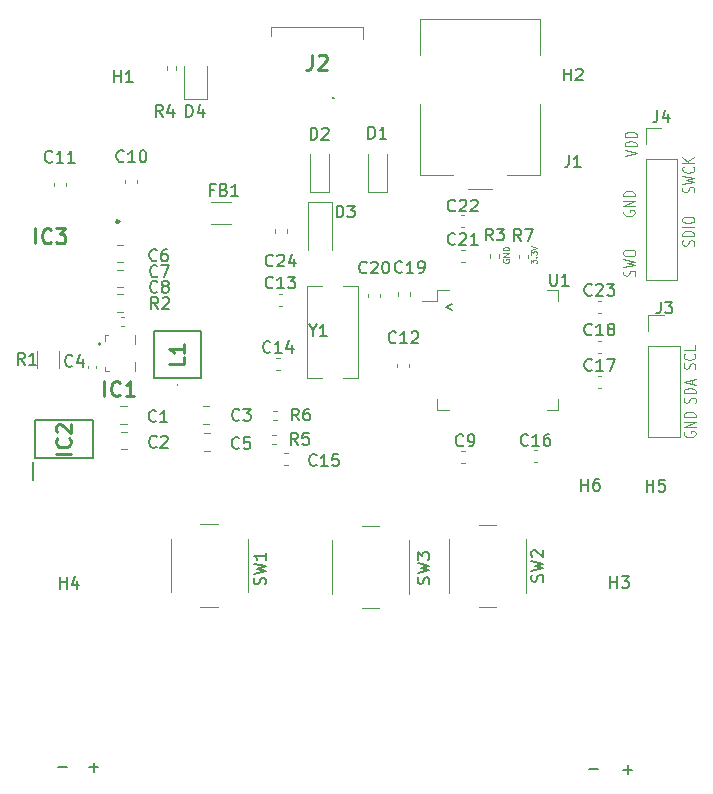
<source format=gbr>
%TF.GenerationSoftware,KiCad,Pcbnew,7.0.1*%
%TF.CreationDate,2023-07-11T02:04:21-05:00*%
%TF.ProjectId,Power_Supply,506f7765-725f-4537-9570-706c792e6b69,1*%
%TF.SameCoordinates,Original*%
%TF.FileFunction,Legend,Top*%
%TF.FilePolarity,Positive*%
%FSLAX46Y46*%
G04 Gerber Fmt 4.6, Leading zero omitted, Abs format (unit mm)*
G04 Created by KiCad (PCBNEW 7.0.1) date 2023-07-11 02:04:21*
%MOMM*%
%LPD*%
G01*
G04 APERTURE LIST*
%ADD10C,0.125000*%
%ADD11C,0.150000*%
%ADD12C,0.254000*%
%ADD13C,0.120000*%
%ADD14C,0.100000*%
%ADD15C,0.200000*%
%ADD16C,0.250000*%
G04 APERTURE END LIST*
D10*
X167305238Y-83180476D02*
X167257619Y-83256666D01*
X167257619Y-83256666D02*
X167257619Y-83370952D01*
X167257619Y-83370952D02*
X167305238Y-83485238D01*
X167305238Y-83485238D02*
X167400476Y-83561428D01*
X167400476Y-83561428D02*
X167495714Y-83599523D01*
X167495714Y-83599523D02*
X167686190Y-83637619D01*
X167686190Y-83637619D02*
X167829047Y-83637619D01*
X167829047Y-83637619D02*
X168019523Y-83599523D01*
X168019523Y-83599523D02*
X168114761Y-83561428D01*
X168114761Y-83561428D02*
X168210000Y-83485238D01*
X168210000Y-83485238D02*
X168257619Y-83370952D01*
X168257619Y-83370952D02*
X168257619Y-83294761D01*
X168257619Y-83294761D02*
X168210000Y-83180476D01*
X168210000Y-83180476D02*
X168162380Y-83142380D01*
X168162380Y-83142380D02*
X167829047Y-83142380D01*
X167829047Y-83142380D02*
X167829047Y-83294761D01*
X168257619Y-82799523D02*
X167257619Y-82799523D01*
X167257619Y-82799523D02*
X168257619Y-82342380D01*
X168257619Y-82342380D02*
X167257619Y-82342380D01*
X168257619Y-81961428D02*
X167257619Y-81961428D01*
X167257619Y-81961428D02*
X167257619Y-81770952D01*
X167257619Y-81770952D02*
X167305238Y-81656666D01*
X167305238Y-81656666D02*
X167400476Y-81580476D01*
X167400476Y-81580476D02*
X167495714Y-81542381D01*
X167495714Y-81542381D02*
X167686190Y-81504285D01*
X167686190Y-81504285D02*
X167829047Y-81504285D01*
X167829047Y-81504285D02*
X168019523Y-81542381D01*
X168019523Y-81542381D02*
X168114761Y-81580476D01*
X168114761Y-81580476D02*
X168210000Y-81656666D01*
X168210000Y-81656666D02*
X168257619Y-81770952D01*
X168257619Y-81770952D02*
X168257619Y-81961428D01*
D11*
X147640000Y-72349857D02*
X147106666Y-72607000D01*
X147106666Y-72607000D02*
X147640000Y-72864142D01*
D10*
X168190000Y-77827619D02*
X168237619Y-77713333D01*
X168237619Y-77713333D02*
X168237619Y-77522857D01*
X168237619Y-77522857D02*
X168190000Y-77446666D01*
X168190000Y-77446666D02*
X168142380Y-77408571D01*
X168142380Y-77408571D02*
X168047142Y-77370476D01*
X168047142Y-77370476D02*
X167951904Y-77370476D01*
X167951904Y-77370476D02*
X167856666Y-77408571D01*
X167856666Y-77408571D02*
X167809047Y-77446666D01*
X167809047Y-77446666D02*
X167761428Y-77522857D01*
X167761428Y-77522857D02*
X167713809Y-77675238D01*
X167713809Y-77675238D02*
X167666190Y-77751428D01*
X167666190Y-77751428D02*
X167618571Y-77789523D01*
X167618571Y-77789523D02*
X167523333Y-77827619D01*
X167523333Y-77827619D02*
X167428095Y-77827619D01*
X167428095Y-77827619D02*
X167332857Y-77789523D01*
X167332857Y-77789523D02*
X167285238Y-77751428D01*
X167285238Y-77751428D02*
X167237619Y-77675238D01*
X167237619Y-77675238D02*
X167237619Y-77484761D01*
X167237619Y-77484761D02*
X167285238Y-77370476D01*
X168142380Y-76570475D02*
X168190000Y-76608571D01*
X168190000Y-76608571D02*
X168237619Y-76722856D01*
X168237619Y-76722856D02*
X168237619Y-76799047D01*
X168237619Y-76799047D02*
X168190000Y-76913333D01*
X168190000Y-76913333D02*
X168094761Y-76989523D01*
X168094761Y-76989523D02*
X167999523Y-77027618D01*
X167999523Y-77027618D02*
X167809047Y-77065714D01*
X167809047Y-77065714D02*
X167666190Y-77065714D01*
X167666190Y-77065714D02*
X167475714Y-77027618D01*
X167475714Y-77027618D02*
X167380476Y-76989523D01*
X167380476Y-76989523D02*
X167285238Y-76913333D01*
X167285238Y-76913333D02*
X167237619Y-76799047D01*
X167237619Y-76799047D02*
X167237619Y-76722856D01*
X167237619Y-76722856D02*
X167285238Y-76608571D01*
X167285238Y-76608571D02*
X167332857Y-76570475D01*
X168237619Y-75846666D02*
X168237619Y-76227618D01*
X168237619Y-76227618D02*
X167237619Y-76227618D01*
X168210000Y-80737619D02*
X168257619Y-80623333D01*
X168257619Y-80623333D02*
X168257619Y-80432857D01*
X168257619Y-80432857D02*
X168210000Y-80356666D01*
X168210000Y-80356666D02*
X168162380Y-80318571D01*
X168162380Y-80318571D02*
X168067142Y-80280476D01*
X168067142Y-80280476D02*
X167971904Y-80280476D01*
X167971904Y-80280476D02*
X167876666Y-80318571D01*
X167876666Y-80318571D02*
X167829047Y-80356666D01*
X167829047Y-80356666D02*
X167781428Y-80432857D01*
X167781428Y-80432857D02*
X167733809Y-80585238D01*
X167733809Y-80585238D02*
X167686190Y-80661428D01*
X167686190Y-80661428D02*
X167638571Y-80699523D01*
X167638571Y-80699523D02*
X167543333Y-80737619D01*
X167543333Y-80737619D02*
X167448095Y-80737619D01*
X167448095Y-80737619D02*
X167352857Y-80699523D01*
X167352857Y-80699523D02*
X167305238Y-80661428D01*
X167305238Y-80661428D02*
X167257619Y-80585238D01*
X167257619Y-80585238D02*
X167257619Y-80394761D01*
X167257619Y-80394761D02*
X167305238Y-80280476D01*
X168257619Y-79937618D02*
X167257619Y-79937618D01*
X167257619Y-79937618D02*
X167257619Y-79747142D01*
X167257619Y-79747142D02*
X167305238Y-79632856D01*
X167305238Y-79632856D02*
X167400476Y-79556666D01*
X167400476Y-79556666D02*
X167495714Y-79518571D01*
X167495714Y-79518571D02*
X167686190Y-79480475D01*
X167686190Y-79480475D02*
X167829047Y-79480475D01*
X167829047Y-79480475D02*
X168019523Y-79518571D01*
X168019523Y-79518571D02*
X168114761Y-79556666D01*
X168114761Y-79556666D02*
X168210000Y-79632856D01*
X168210000Y-79632856D02*
X168257619Y-79747142D01*
X168257619Y-79747142D02*
X168257619Y-79937618D01*
X167971904Y-79175714D02*
X167971904Y-78794761D01*
X168257619Y-79251904D02*
X167257619Y-78985237D01*
X167257619Y-78985237D02*
X168257619Y-78718571D01*
X168090000Y-67437619D02*
X168137619Y-67323333D01*
X168137619Y-67323333D02*
X168137619Y-67132857D01*
X168137619Y-67132857D02*
X168090000Y-67056666D01*
X168090000Y-67056666D02*
X168042380Y-67018571D01*
X168042380Y-67018571D02*
X167947142Y-66980476D01*
X167947142Y-66980476D02*
X167851904Y-66980476D01*
X167851904Y-66980476D02*
X167756666Y-67018571D01*
X167756666Y-67018571D02*
X167709047Y-67056666D01*
X167709047Y-67056666D02*
X167661428Y-67132857D01*
X167661428Y-67132857D02*
X167613809Y-67285238D01*
X167613809Y-67285238D02*
X167566190Y-67361428D01*
X167566190Y-67361428D02*
X167518571Y-67399523D01*
X167518571Y-67399523D02*
X167423333Y-67437619D01*
X167423333Y-67437619D02*
X167328095Y-67437619D01*
X167328095Y-67437619D02*
X167232857Y-67399523D01*
X167232857Y-67399523D02*
X167185238Y-67361428D01*
X167185238Y-67361428D02*
X167137619Y-67285238D01*
X167137619Y-67285238D02*
X167137619Y-67094761D01*
X167137619Y-67094761D02*
X167185238Y-66980476D01*
X168137619Y-66637618D02*
X167137619Y-66637618D01*
X167137619Y-66637618D02*
X167137619Y-66447142D01*
X167137619Y-66447142D02*
X167185238Y-66332856D01*
X167185238Y-66332856D02*
X167280476Y-66256666D01*
X167280476Y-66256666D02*
X167375714Y-66218571D01*
X167375714Y-66218571D02*
X167566190Y-66180475D01*
X167566190Y-66180475D02*
X167709047Y-66180475D01*
X167709047Y-66180475D02*
X167899523Y-66218571D01*
X167899523Y-66218571D02*
X167994761Y-66256666D01*
X167994761Y-66256666D02*
X168090000Y-66332856D01*
X168090000Y-66332856D02*
X168137619Y-66447142D01*
X168137619Y-66447142D02*
X168137619Y-66637618D01*
X168137619Y-65837618D02*
X167137619Y-65837618D01*
X167137619Y-65304285D02*
X167137619Y-65151904D01*
X167137619Y-65151904D02*
X167185238Y-65075714D01*
X167185238Y-65075714D02*
X167280476Y-64999523D01*
X167280476Y-64999523D02*
X167470952Y-64961428D01*
X167470952Y-64961428D02*
X167804285Y-64961428D01*
X167804285Y-64961428D02*
X167994761Y-64999523D01*
X167994761Y-64999523D02*
X168090000Y-65075714D01*
X168090000Y-65075714D02*
X168137619Y-65151904D01*
X168137619Y-65151904D02*
X168137619Y-65304285D01*
X168137619Y-65304285D02*
X168090000Y-65380476D01*
X168090000Y-65380476D02*
X167994761Y-65456666D01*
X167994761Y-65456666D02*
X167804285Y-65494762D01*
X167804285Y-65494762D02*
X167470952Y-65494762D01*
X167470952Y-65494762D02*
X167280476Y-65456666D01*
X167280476Y-65456666D02*
X167185238Y-65380476D01*
X167185238Y-65380476D02*
X167137619Y-65304285D01*
D11*
X114283095Y-111591666D02*
X115045000Y-111591666D01*
D10*
X163100000Y-69987619D02*
X163147619Y-69873333D01*
X163147619Y-69873333D02*
X163147619Y-69682857D01*
X163147619Y-69682857D02*
X163100000Y-69606666D01*
X163100000Y-69606666D02*
X163052380Y-69568571D01*
X163052380Y-69568571D02*
X162957142Y-69530476D01*
X162957142Y-69530476D02*
X162861904Y-69530476D01*
X162861904Y-69530476D02*
X162766666Y-69568571D01*
X162766666Y-69568571D02*
X162719047Y-69606666D01*
X162719047Y-69606666D02*
X162671428Y-69682857D01*
X162671428Y-69682857D02*
X162623809Y-69835238D01*
X162623809Y-69835238D02*
X162576190Y-69911428D01*
X162576190Y-69911428D02*
X162528571Y-69949523D01*
X162528571Y-69949523D02*
X162433333Y-69987619D01*
X162433333Y-69987619D02*
X162338095Y-69987619D01*
X162338095Y-69987619D02*
X162242857Y-69949523D01*
X162242857Y-69949523D02*
X162195238Y-69911428D01*
X162195238Y-69911428D02*
X162147619Y-69835238D01*
X162147619Y-69835238D02*
X162147619Y-69644761D01*
X162147619Y-69644761D02*
X162195238Y-69530476D01*
X162147619Y-69263809D02*
X163147619Y-69073333D01*
X163147619Y-69073333D02*
X162433333Y-68920952D01*
X162433333Y-68920952D02*
X163147619Y-68768571D01*
X163147619Y-68768571D02*
X162147619Y-68578095D01*
X162147619Y-68120951D02*
X162147619Y-67968570D01*
X162147619Y-67968570D02*
X162195238Y-67892380D01*
X162195238Y-67892380D02*
X162290476Y-67816189D01*
X162290476Y-67816189D02*
X162480952Y-67778094D01*
X162480952Y-67778094D02*
X162814285Y-67778094D01*
X162814285Y-67778094D02*
X163004761Y-67816189D01*
X163004761Y-67816189D02*
X163100000Y-67892380D01*
X163100000Y-67892380D02*
X163147619Y-67968570D01*
X163147619Y-67968570D02*
X163147619Y-68120951D01*
X163147619Y-68120951D02*
X163100000Y-68197142D01*
X163100000Y-68197142D02*
X163004761Y-68273332D01*
X163004761Y-68273332D02*
X162814285Y-68311428D01*
X162814285Y-68311428D02*
X162480952Y-68311428D01*
X162480952Y-68311428D02*
X162290476Y-68273332D01*
X162290476Y-68273332D02*
X162195238Y-68197142D01*
X162195238Y-68197142D02*
X162147619Y-68120951D01*
D11*
X159243095Y-111751666D02*
X160005000Y-111751666D01*
D10*
X168100000Y-62907619D02*
X168147619Y-62793333D01*
X168147619Y-62793333D02*
X168147619Y-62602857D01*
X168147619Y-62602857D02*
X168100000Y-62526666D01*
X168100000Y-62526666D02*
X168052380Y-62488571D01*
X168052380Y-62488571D02*
X167957142Y-62450476D01*
X167957142Y-62450476D02*
X167861904Y-62450476D01*
X167861904Y-62450476D02*
X167766666Y-62488571D01*
X167766666Y-62488571D02*
X167719047Y-62526666D01*
X167719047Y-62526666D02*
X167671428Y-62602857D01*
X167671428Y-62602857D02*
X167623809Y-62755238D01*
X167623809Y-62755238D02*
X167576190Y-62831428D01*
X167576190Y-62831428D02*
X167528571Y-62869523D01*
X167528571Y-62869523D02*
X167433333Y-62907619D01*
X167433333Y-62907619D02*
X167338095Y-62907619D01*
X167338095Y-62907619D02*
X167242857Y-62869523D01*
X167242857Y-62869523D02*
X167195238Y-62831428D01*
X167195238Y-62831428D02*
X167147619Y-62755238D01*
X167147619Y-62755238D02*
X167147619Y-62564761D01*
X167147619Y-62564761D02*
X167195238Y-62450476D01*
X167147619Y-62183809D02*
X168147619Y-61993333D01*
X168147619Y-61993333D02*
X167433333Y-61840952D01*
X167433333Y-61840952D02*
X168147619Y-61688571D01*
X168147619Y-61688571D02*
X167147619Y-61498095D01*
X168052380Y-60736189D02*
X168100000Y-60774285D01*
X168100000Y-60774285D02*
X168147619Y-60888570D01*
X168147619Y-60888570D02*
X168147619Y-60964761D01*
X168147619Y-60964761D02*
X168100000Y-61079047D01*
X168100000Y-61079047D02*
X168004761Y-61155237D01*
X168004761Y-61155237D02*
X167909523Y-61193332D01*
X167909523Y-61193332D02*
X167719047Y-61231428D01*
X167719047Y-61231428D02*
X167576190Y-61231428D01*
X167576190Y-61231428D02*
X167385714Y-61193332D01*
X167385714Y-61193332D02*
X167290476Y-61155237D01*
X167290476Y-61155237D02*
X167195238Y-61079047D01*
X167195238Y-61079047D02*
X167147619Y-60964761D01*
X167147619Y-60964761D02*
X167147619Y-60888570D01*
X167147619Y-60888570D02*
X167195238Y-60774285D01*
X167195238Y-60774285D02*
X167242857Y-60736189D01*
X168147619Y-60393332D02*
X167147619Y-60393332D01*
X168147619Y-59936189D02*
X167576190Y-60279047D01*
X167147619Y-59936189D02*
X167719047Y-60393332D01*
D11*
X116933095Y-111601666D02*
X117695000Y-111601666D01*
X117314047Y-111982619D02*
X117314047Y-111220714D01*
D10*
X151982619Y-68589047D02*
X151958809Y-68636666D01*
X151958809Y-68636666D02*
X151958809Y-68708095D01*
X151958809Y-68708095D02*
X151982619Y-68779523D01*
X151982619Y-68779523D02*
X152030238Y-68827142D01*
X152030238Y-68827142D02*
X152077857Y-68850952D01*
X152077857Y-68850952D02*
X152173095Y-68874761D01*
X152173095Y-68874761D02*
X152244523Y-68874761D01*
X152244523Y-68874761D02*
X152339761Y-68850952D01*
X152339761Y-68850952D02*
X152387380Y-68827142D01*
X152387380Y-68827142D02*
X152435000Y-68779523D01*
X152435000Y-68779523D02*
X152458809Y-68708095D01*
X152458809Y-68708095D02*
X152458809Y-68660476D01*
X152458809Y-68660476D02*
X152435000Y-68589047D01*
X152435000Y-68589047D02*
X152411190Y-68565238D01*
X152411190Y-68565238D02*
X152244523Y-68565238D01*
X152244523Y-68565238D02*
X152244523Y-68660476D01*
X152458809Y-68350952D02*
X151958809Y-68350952D01*
X151958809Y-68350952D02*
X152458809Y-68065238D01*
X152458809Y-68065238D02*
X151958809Y-68065238D01*
X152458809Y-67827142D02*
X151958809Y-67827142D01*
X151958809Y-67827142D02*
X151958809Y-67708094D01*
X151958809Y-67708094D02*
X151982619Y-67636666D01*
X151982619Y-67636666D02*
X152030238Y-67589047D01*
X152030238Y-67589047D02*
X152077857Y-67565237D01*
X152077857Y-67565237D02*
X152173095Y-67541428D01*
X152173095Y-67541428D02*
X152244523Y-67541428D01*
X152244523Y-67541428D02*
X152339761Y-67565237D01*
X152339761Y-67565237D02*
X152387380Y-67589047D01*
X152387380Y-67589047D02*
X152435000Y-67636666D01*
X152435000Y-67636666D02*
X152458809Y-67708094D01*
X152458809Y-67708094D02*
X152458809Y-67827142D01*
X162165238Y-64460476D02*
X162117619Y-64536666D01*
X162117619Y-64536666D02*
X162117619Y-64650952D01*
X162117619Y-64650952D02*
X162165238Y-64765238D01*
X162165238Y-64765238D02*
X162260476Y-64841428D01*
X162260476Y-64841428D02*
X162355714Y-64879523D01*
X162355714Y-64879523D02*
X162546190Y-64917619D01*
X162546190Y-64917619D02*
X162689047Y-64917619D01*
X162689047Y-64917619D02*
X162879523Y-64879523D01*
X162879523Y-64879523D02*
X162974761Y-64841428D01*
X162974761Y-64841428D02*
X163070000Y-64765238D01*
X163070000Y-64765238D02*
X163117619Y-64650952D01*
X163117619Y-64650952D02*
X163117619Y-64574761D01*
X163117619Y-64574761D02*
X163070000Y-64460476D01*
X163070000Y-64460476D02*
X163022380Y-64422380D01*
X163022380Y-64422380D02*
X162689047Y-64422380D01*
X162689047Y-64422380D02*
X162689047Y-64574761D01*
X163117619Y-64079523D02*
X162117619Y-64079523D01*
X162117619Y-64079523D02*
X163117619Y-63622380D01*
X163117619Y-63622380D02*
X162117619Y-63622380D01*
X163117619Y-63241428D02*
X162117619Y-63241428D01*
X162117619Y-63241428D02*
X162117619Y-63050952D01*
X162117619Y-63050952D02*
X162165238Y-62936666D01*
X162165238Y-62936666D02*
X162260476Y-62860476D01*
X162260476Y-62860476D02*
X162355714Y-62822381D01*
X162355714Y-62822381D02*
X162546190Y-62784285D01*
X162546190Y-62784285D02*
X162689047Y-62784285D01*
X162689047Y-62784285D02*
X162879523Y-62822381D01*
X162879523Y-62822381D02*
X162974761Y-62860476D01*
X162974761Y-62860476D02*
X163070000Y-62936666D01*
X163070000Y-62936666D02*
X163117619Y-63050952D01*
X163117619Y-63050952D02*
X163117619Y-63241428D01*
D11*
X162143095Y-111791666D02*
X162905000Y-111791666D01*
X162524047Y-112172619D02*
X162524047Y-111410714D01*
D10*
X162257619Y-59823809D02*
X163257619Y-59557142D01*
X163257619Y-59557142D02*
X162257619Y-59290476D01*
X163257619Y-59023809D02*
X162257619Y-59023809D01*
X162257619Y-59023809D02*
X162257619Y-58833333D01*
X162257619Y-58833333D02*
X162305238Y-58719047D01*
X162305238Y-58719047D02*
X162400476Y-58642857D01*
X162400476Y-58642857D02*
X162495714Y-58604762D01*
X162495714Y-58604762D02*
X162686190Y-58566666D01*
X162686190Y-58566666D02*
X162829047Y-58566666D01*
X162829047Y-58566666D02*
X163019523Y-58604762D01*
X163019523Y-58604762D02*
X163114761Y-58642857D01*
X163114761Y-58642857D02*
X163210000Y-58719047D01*
X163210000Y-58719047D02*
X163257619Y-58833333D01*
X163257619Y-58833333D02*
X163257619Y-59023809D01*
X163257619Y-58223809D02*
X162257619Y-58223809D01*
X162257619Y-58223809D02*
X162257619Y-58033333D01*
X162257619Y-58033333D02*
X162305238Y-57919047D01*
X162305238Y-57919047D02*
X162400476Y-57842857D01*
X162400476Y-57842857D02*
X162495714Y-57804762D01*
X162495714Y-57804762D02*
X162686190Y-57766666D01*
X162686190Y-57766666D02*
X162829047Y-57766666D01*
X162829047Y-57766666D02*
X163019523Y-57804762D01*
X163019523Y-57804762D02*
X163114761Y-57842857D01*
X163114761Y-57842857D02*
X163210000Y-57919047D01*
X163210000Y-57919047D02*
X163257619Y-58033333D01*
X163257619Y-58033333D02*
X163257619Y-58223809D01*
X154308809Y-68928571D02*
X154308809Y-68619047D01*
X154308809Y-68619047D02*
X154499285Y-68785714D01*
X154499285Y-68785714D02*
X154499285Y-68714285D01*
X154499285Y-68714285D02*
X154523095Y-68666666D01*
X154523095Y-68666666D02*
X154546904Y-68642857D01*
X154546904Y-68642857D02*
X154594523Y-68619047D01*
X154594523Y-68619047D02*
X154713571Y-68619047D01*
X154713571Y-68619047D02*
X154761190Y-68642857D01*
X154761190Y-68642857D02*
X154785000Y-68666666D01*
X154785000Y-68666666D02*
X154808809Y-68714285D01*
X154808809Y-68714285D02*
X154808809Y-68857142D01*
X154808809Y-68857142D02*
X154785000Y-68904761D01*
X154785000Y-68904761D02*
X154761190Y-68928571D01*
X154761190Y-68404762D02*
X154785000Y-68380952D01*
X154785000Y-68380952D02*
X154808809Y-68404762D01*
X154808809Y-68404762D02*
X154785000Y-68428571D01*
X154785000Y-68428571D02*
X154761190Y-68404762D01*
X154761190Y-68404762D02*
X154808809Y-68404762D01*
X154308809Y-68214286D02*
X154308809Y-67904762D01*
X154308809Y-67904762D02*
X154499285Y-68071429D01*
X154499285Y-68071429D02*
X154499285Y-68000000D01*
X154499285Y-68000000D02*
X154523095Y-67952381D01*
X154523095Y-67952381D02*
X154546904Y-67928572D01*
X154546904Y-67928572D02*
X154594523Y-67904762D01*
X154594523Y-67904762D02*
X154713571Y-67904762D01*
X154713571Y-67904762D02*
X154761190Y-67928572D01*
X154761190Y-67928572D02*
X154785000Y-67952381D01*
X154785000Y-67952381D02*
X154808809Y-68000000D01*
X154808809Y-68000000D02*
X154808809Y-68142857D01*
X154808809Y-68142857D02*
X154785000Y-68190476D01*
X154785000Y-68190476D02*
X154761190Y-68214286D01*
X154308809Y-67761905D02*
X154808809Y-67595239D01*
X154808809Y-67595239D02*
X154308809Y-67428572D01*
D11*
%TO.C,C5*%
X129613333Y-84547380D02*
X129565714Y-84595000D01*
X129565714Y-84595000D02*
X129422857Y-84642619D01*
X129422857Y-84642619D02*
X129327619Y-84642619D01*
X129327619Y-84642619D02*
X129184762Y-84595000D01*
X129184762Y-84595000D02*
X129089524Y-84499761D01*
X129089524Y-84499761D02*
X129041905Y-84404523D01*
X129041905Y-84404523D02*
X128994286Y-84214047D01*
X128994286Y-84214047D02*
X128994286Y-84071190D01*
X128994286Y-84071190D02*
X129041905Y-83880714D01*
X129041905Y-83880714D02*
X129089524Y-83785476D01*
X129089524Y-83785476D02*
X129184762Y-83690238D01*
X129184762Y-83690238D02*
X129327619Y-83642619D01*
X129327619Y-83642619D02*
X129422857Y-83642619D01*
X129422857Y-83642619D02*
X129565714Y-83690238D01*
X129565714Y-83690238D02*
X129613333Y-83737857D01*
X130518095Y-83642619D02*
X130041905Y-83642619D01*
X130041905Y-83642619D02*
X129994286Y-84118809D01*
X129994286Y-84118809D02*
X130041905Y-84071190D01*
X130041905Y-84071190D02*
X130137143Y-84023571D01*
X130137143Y-84023571D02*
X130375238Y-84023571D01*
X130375238Y-84023571D02*
X130470476Y-84071190D01*
X130470476Y-84071190D02*
X130518095Y-84118809D01*
X130518095Y-84118809D02*
X130565714Y-84214047D01*
X130565714Y-84214047D02*
X130565714Y-84452142D01*
X130565714Y-84452142D02*
X130518095Y-84547380D01*
X130518095Y-84547380D02*
X130470476Y-84595000D01*
X130470476Y-84595000D02*
X130375238Y-84642619D01*
X130375238Y-84642619D02*
X130137143Y-84642619D01*
X130137143Y-84642619D02*
X130041905Y-84595000D01*
X130041905Y-84595000D02*
X129994286Y-84547380D01*
%TO.C,Y1*%
X135843809Y-74596428D02*
X135843809Y-75072619D01*
X135510476Y-74072619D02*
X135843809Y-74596428D01*
X135843809Y-74596428D02*
X136177142Y-74072619D01*
X137034285Y-75072619D02*
X136462857Y-75072619D01*
X136748571Y-75072619D02*
X136748571Y-74072619D01*
X136748571Y-74072619D02*
X136653333Y-74215476D01*
X136653333Y-74215476D02*
X136558095Y-74310714D01*
X136558095Y-74310714D02*
X136462857Y-74358333D01*
%TO.C,SW3*%
X145665000Y-96053332D02*
X145712619Y-95910475D01*
X145712619Y-95910475D02*
X145712619Y-95672380D01*
X145712619Y-95672380D02*
X145665000Y-95577142D01*
X145665000Y-95577142D02*
X145617380Y-95529523D01*
X145617380Y-95529523D02*
X145522142Y-95481904D01*
X145522142Y-95481904D02*
X145426904Y-95481904D01*
X145426904Y-95481904D02*
X145331666Y-95529523D01*
X145331666Y-95529523D02*
X145284047Y-95577142D01*
X145284047Y-95577142D02*
X145236428Y-95672380D01*
X145236428Y-95672380D02*
X145188809Y-95862856D01*
X145188809Y-95862856D02*
X145141190Y-95958094D01*
X145141190Y-95958094D02*
X145093571Y-96005713D01*
X145093571Y-96005713D02*
X144998333Y-96053332D01*
X144998333Y-96053332D02*
X144903095Y-96053332D01*
X144903095Y-96053332D02*
X144807857Y-96005713D01*
X144807857Y-96005713D02*
X144760238Y-95958094D01*
X144760238Y-95958094D02*
X144712619Y-95862856D01*
X144712619Y-95862856D02*
X144712619Y-95624761D01*
X144712619Y-95624761D02*
X144760238Y-95481904D01*
X144712619Y-95148570D02*
X145712619Y-94910475D01*
X145712619Y-94910475D02*
X144998333Y-94719999D01*
X144998333Y-94719999D02*
X145712619Y-94529523D01*
X145712619Y-94529523D02*
X144712619Y-94291428D01*
X144712619Y-94005713D02*
X144712619Y-93386666D01*
X144712619Y-93386666D02*
X145093571Y-93719999D01*
X145093571Y-93719999D02*
X145093571Y-93577142D01*
X145093571Y-93577142D02*
X145141190Y-93481904D01*
X145141190Y-93481904D02*
X145188809Y-93434285D01*
X145188809Y-93434285D02*
X145284047Y-93386666D01*
X145284047Y-93386666D02*
X145522142Y-93386666D01*
X145522142Y-93386666D02*
X145617380Y-93434285D01*
X145617380Y-93434285D02*
X145665000Y-93481904D01*
X145665000Y-93481904D02*
X145712619Y-93577142D01*
X145712619Y-93577142D02*
X145712619Y-93862856D01*
X145712619Y-93862856D02*
X145665000Y-93958094D01*
X145665000Y-93958094D02*
X145617380Y-94005713D01*
%TO.C,C7*%
X122678333Y-69992380D02*
X122630714Y-70040000D01*
X122630714Y-70040000D02*
X122487857Y-70087619D01*
X122487857Y-70087619D02*
X122392619Y-70087619D01*
X122392619Y-70087619D02*
X122249762Y-70040000D01*
X122249762Y-70040000D02*
X122154524Y-69944761D01*
X122154524Y-69944761D02*
X122106905Y-69849523D01*
X122106905Y-69849523D02*
X122059286Y-69659047D01*
X122059286Y-69659047D02*
X122059286Y-69516190D01*
X122059286Y-69516190D02*
X122106905Y-69325714D01*
X122106905Y-69325714D02*
X122154524Y-69230476D01*
X122154524Y-69230476D02*
X122249762Y-69135238D01*
X122249762Y-69135238D02*
X122392619Y-69087619D01*
X122392619Y-69087619D02*
X122487857Y-69087619D01*
X122487857Y-69087619D02*
X122630714Y-69135238D01*
X122630714Y-69135238D02*
X122678333Y-69182857D01*
X123011667Y-69087619D02*
X123678333Y-69087619D01*
X123678333Y-69087619D02*
X123249762Y-70087619D01*
%TO.C,H2*%
X157133095Y-53427619D02*
X157133095Y-52427619D01*
X157133095Y-52903809D02*
X157704523Y-52903809D01*
X157704523Y-53427619D02*
X157704523Y-52427619D01*
X158133095Y-52522857D02*
X158180714Y-52475238D01*
X158180714Y-52475238D02*
X158275952Y-52427619D01*
X158275952Y-52427619D02*
X158514047Y-52427619D01*
X158514047Y-52427619D02*
X158609285Y-52475238D01*
X158609285Y-52475238D02*
X158656904Y-52522857D01*
X158656904Y-52522857D02*
X158704523Y-52618095D01*
X158704523Y-52618095D02*
X158704523Y-52713333D01*
X158704523Y-52713333D02*
X158656904Y-52856190D01*
X158656904Y-52856190D02*
X158085476Y-53427619D01*
X158085476Y-53427619D02*
X158704523Y-53427619D01*
%TO.C,C11*%
X113772142Y-60292380D02*
X113724523Y-60340000D01*
X113724523Y-60340000D02*
X113581666Y-60387619D01*
X113581666Y-60387619D02*
X113486428Y-60387619D01*
X113486428Y-60387619D02*
X113343571Y-60340000D01*
X113343571Y-60340000D02*
X113248333Y-60244761D01*
X113248333Y-60244761D02*
X113200714Y-60149523D01*
X113200714Y-60149523D02*
X113153095Y-59959047D01*
X113153095Y-59959047D02*
X113153095Y-59816190D01*
X113153095Y-59816190D02*
X113200714Y-59625714D01*
X113200714Y-59625714D02*
X113248333Y-59530476D01*
X113248333Y-59530476D02*
X113343571Y-59435238D01*
X113343571Y-59435238D02*
X113486428Y-59387619D01*
X113486428Y-59387619D02*
X113581666Y-59387619D01*
X113581666Y-59387619D02*
X113724523Y-59435238D01*
X113724523Y-59435238D02*
X113772142Y-59482857D01*
X114724523Y-60387619D02*
X114153095Y-60387619D01*
X114438809Y-60387619D02*
X114438809Y-59387619D01*
X114438809Y-59387619D02*
X114343571Y-59530476D01*
X114343571Y-59530476D02*
X114248333Y-59625714D01*
X114248333Y-59625714D02*
X114153095Y-59673333D01*
X115676904Y-60387619D02*
X115105476Y-60387619D01*
X115391190Y-60387619D02*
X115391190Y-59387619D01*
X115391190Y-59387619D02*
X115295952Y-59530476D01*
X115295952Y-59530476D02*
X115200714Y-59625714D01*
X115200714Y-59625714D02*
X115105476Y-59673333D01*
%TO.C,C16*%
X154052142Y-84272380D02*
X154004523Y-84320000D01*
X154004523Y-84320000D02*
X153861666Y-84367619D01*
X153861666Y-84367619D02*
X153766428Y-84367619D01*
X153766428Y-84367619D02*
X153623571Y-84320000D01*
X153623571Y-84320000D02*
X153528333Y-84224761D01*
X153528333Y-84224761D02*
X153480714Y-84129523D01*
X153480714Y-84129523D02*
X153433095Y-83939047D01*
X153433095Y-83939047D02*
X153433095Y-83796190D01*
X153433095Y-83796190D02*
X153480714Y-83605714D01*
X153480714Y-83605714D02*
X153528333Y-83510476D01*
X153528333Y-83510476D02*
X153623571Y-83415238D01*
X153623571Y-83415238D02*
X153766428Y-83367619D01*
X153766428Y-83367619D02*
X153861666Y-83367619D01*
X153861666Y-83367619D02*
X154004523Y-83415238D01*
X154004523Y-83415238D02*
X154052142Y-83462857D01*
X155004523Y-84367619D02*
X154433095Y-84367619D01*
X154718809Y-84367619D02*
X154718809Y-83367619D01*
X154718809Y-83367619D02*
X154623571Y-83510476D01*
X154623571Y-83510476D02*
X154528333Y-83605714D01*
X154528333Y-83605714D02*
X154433095Y-83653333D01*
X155861666Y-83367619D02*
X155671190Y-83367619D01*
X155671190Y-83367619D02*
X155575952Y-83415238D01*
X155575952Y-83415238D02*
X155528333Y-83462857D01*
X155528333Y-83462857D02*
X155433095Y-83605714D01*
X155433095Y-83605714D02*
X155385476Y-83796190D01*
X155385476Y-83796190D02*
X155385476Y-84177142D01*
X155385476Y-84177142D02*
X155433095Y-84272380D01*
X155433095Y-84272380D02*
X155480714Y-84320000D01*
X155480714Y-84320000D02*
X155575952Y-84367619D01*
X155575952Y-84367619D02*
X155766428Y-84367619D01*
X155766428Y-84367619D02*
X155861666Y-84320000D01*
X155861666Y-84320000D02*
X155909285Y-84272380D01*
X155909285Y-84272380D02*
X155956904Y-84177142D01*
X155956904Y-84177142D02*
X155956904Y-83939047D01*
X155956904Y-83939047D02*
X155909285Y-83843809D01*
X155909285Y-83843809D02*
X155861666Y-83796190D01*
X155861666Y-83796190D02*
X155766428Y-83748571D01*
X155766428Y-83748571D02*
X155575952Y-83748571D01*
X155575952Y-83748571D02*
X155480714Y-83796190D01*
X155480714Y-83796190D02*
X155433095Y-83843809D01*
X155433095Y-83843809D02*
X155385476Y-83939047D01*
%TO.C,H3*%
X161038095Y-96392619D02*
X161038095Y-95392619D01*
X161038095Y-95868809D02*
X161609523Y-95868809D01*
X161609523Y-96392619D02*
X161609523Y-95392619D01*
X161990476Y-95392619D02*
X162609523Y-95392619D01*
X162609523Y-95392619D02*
X162276190Y-95773571D01*
X162276190Y-95773571D02*
X162419047Y-95773571D01*
X162419047Y-95773571D02*
X162514285Y-95821190D01*
X162514285Y-95821190D02*
X162561904Y-95868809D01*
X162561904Y-95868809D02*
X162609523Y-95964047D01*
X162609523Y-95964047D02*
X162609523Y-96202142D01*
X162609523Y-96202142D02*
X162561904Y-96297380D01*
X162561904Y-96297380D02*
X162514285Y-96345000D01*
X162514285Y-96345000D02*
X162419047Y-96392619D01*
X162419047Y-96392619D02*
X162133333Y-96392619D01*
X162133333Y-96392619D02*
X162038095Y-96345000D01*
X162038095Y-96345000D02*
X161990476Y-96297380D01*
%TO.C,FB1*%
X127466666Y-62668809D02*
X127133333Y-62668809D01*
X127133333Y-63192619D02*
X127133333Y-62192619D01*
X127133333Y-62192619D02*
X127609523Y-62192619D01*
X128323809Y-62668809D02*
X128466666Y-62716428D01*
X128466666Y-62716428D02*
X128514285Y-62764047D01*
X128514285Y-62764047D02*
X128561904Y-62859285D01*
X128561904Y-62859285D02*
X128561904Y-63002142D01*
X128561904Y-63002142D02*
X128514285Y-63097380D01*
X128514285Y-63097380D02*
X128466666Y-63145000D01*
X128466666Y-63145000D02*
X128371428Y-63192619D01*
X128371428Y-63192619D02*
X127990476Y-63192619D01*
X127990476Y-63192619D02*
X127990476Y-62192619D01*
X127990476Y-62192619D02*
X128323809Y-62192619D01*
X128323809Y-62192619D02*
X128419047Y-62240238D01*
X128419047Y-62240238D02*
X128466666Y-62287857D01*
X128466666Y-62287857D02*
X128514285Y-62383095D01*
X128514285Y-62383095D02*
X128514285Y-62478333D01*
X128514285Y-62478333D02*
X128466666Y-62573571D01*
X128466666Y-62573571D02*
X128419047Y-62621190D01*
X128419047Y-62621190D02*
X128323809Y-62668809D01*
X128323809Y-62668809D02*
X127990476Y-62668809D01*
X129514285Y-63192619D02*
X128942857Y-63192619D01*
X129228571Y-63192619D02*
X129228571Y-62192619D01*
X129228571Y-62192619D02*
X129133333Y-62335476D01*
X129133333Y-62335476D02*
X129038095Y-62430714D01*
X129038095Y-62430714D02*
X128942857Y-62478333D01*
D12*
%TO.C,L1*%
X124962526Y-76856666D02*
X124962526Y-77461428D01*
X124962526Y-77461428D02*
X123692526Y-77461428D01*
X124962526Y-75768094D02*
X124962526Y-76493809D01*
X124962526Y-76130952D02*
X123692526Y-76130952D01*
X123692526Y-76130952D02*
X123873954Y-76251904D01*
X123873954Y-76251904D02*
X123994907Y-76372856D01*
X123994907Y-76372856D02*
X124055383Y-76493809D01*
D11*
%TO.C,C17*%
X159469642Y-77917380D02*
X159422023Y-77965000D01*
X159422023Y-77965000D02*
X159279166Y-78012619D01*
X159279166Y-78012619D02*
X159183928Y-78012619D01*
X159183928Y-78012619D02*
X159041071Y-77965000D01*
X159041071Y-77965000D02*
X158945833Y-77869761D01*
X158945833Y-77869761D02*
X158898214Y-77774523D01*
X158898214Y-77774523D02*
X158850595Y-77584047D01*
X158850595Y-77584047D02*
X158850595Y-77441190D01*
X158850595Y-77441190D02*
X158898214Y-77250714D01*
X158898214Y-77250714D02*
X158945833Y-77155476D01*
X158945833Y-77155476D02*
X159041071Y-77060238D01*
X159041071Y-77060238D02*
X159183928Y-77012619D01*
X159183928Y-77012619D02*
X159279166Y-77012619D01*
X159279166Y-77012619D02*
X159422023Y-77060238D01*
X159422023Y-77060238D02*
X159469642Y-77107857D01*
X160422023Y-78012619D02*
X159850595Y-78012619D01*
X160136309Y-78012619D02*
X160136309Y-77012619D01*
X160136309Y-77012619D02*
X160041071Y-77155476D01*
X160041071Y-77155476D02*
X159945833Y-77250714D01*
X159945833Y-77250714D02*
X159850595Y-77298333D01*
X160755357Y-77012619D02*
X161422023Y-77012619D01*
X161422023Y-77012619D02*
X160993452Y-78012619D01*
%TO.C,C18*%
X159469642Y-74927380D02*
X159422023Y-74975000D01*
X159422023Y-74975000D02*
X159279166Y-75022619D01*
X159279166Y-75022619D02*
X159183928Y-75022619D01*
X159183928Y-75022619D02*
X159041071Y-74975000D01*
X159041071Y-74975000D02*
X158945833Y-74879761D01*
X158945833Y-74879761D02*
X158898214Y-74784523D01*
X158898214Y-74784523D02*
X158850595Y-74594047D01*
X158850595Y-74594047D02*
X158850595Y-74451190D01*
X158850595Y-74451190D02*
X158898214Y-74260714D01*
X158898214Y-74260714D02*
X158945833Y-74165476D01*
X158945833Y-74165476D02*
X159041071Y-74070238D01*
X159041071Y-74070238D02*
X159183928Y-74022619D01*
X159183928Y-74022619D02*
X159279166Y-74022619D01*
X159279166Y-74022619D02*
X159422023Y-74070238D01*
X159422023Y-74070238D02*
X159469642Y-74117857D01*
X160422023Y-75022619D02*
X159850595Y-75022619D01*
X160136309Y-75022619D02*
X160136309Y-74022619D01*
X160136309Y-74022619D02*
X160041071Y-74165476D01*
X160041071Y-74165476D02*
X159945833Y-74260714D01*
X159945833Y-74260714D02*
X159850595Y-74308333D01*
X160993452Y-74451190D02*
X160898214Y-74403571D01*
X160898214Y-74403571D02*
X160850595Y-74355952D01*
X160850595Y-74355952D02*
X160802976Y-74260714D01*
X160802976Y-74260714D02*
X160802976Y-74213095D01*
X160802976Y-74213095D02*
X160850595Y-74117857D01*
X160850595Y-74117857D02*
X160898214Y-74070238D01*
X160898214Y-74070238D02*
X160993452Y-74022619D01*
X160993452Y-74022619D02*
X161183928Y-74022619D01*
X161183928Y-74022619D02*
X161279166Y-74070238D01*
X161279166Y-74070238D02*
X161326785Y-74117857D01*
X161326785Y-74117857D02*
X161374404Y-74213095D01*
X161374404Y-74213095D02*
X161374404Y-74260714D01*
X161374404Y-74260714D02*
X161326785Y-74355952D01*
X161326785Y-74355952D02*
X161279166Y-74403571D01*
X161279166Y-74403571D02*
X161183928Y-74451190D01*
X161183928Y-74451190D02*
X160993452Y-74451190D01*
X160993452Y-74451190D02*
X160898214Y-74498809D01*
X160898214Y-74498809D02*
X160850595Y-74546428D01*
X160850595Y-74546428D02*
X160802976Y-74641666D01*
X160802976Y-74641666D02*
X160802976Y-74832142D01*
X160802976Y-74832142D02*
X160850595Y-74927380D01*
X160850595Y-74927380D02*
X160898214Y-74975000D01*
X160898214Y-74975000D02*
X160993452Y-75022619D01*
X160993452Y-75022619D02*
X161183928Y-75022619D01*
X161183928Y-75022619D02*
X161279166Y-74975000D01*
X161279166Y-74975000D02*
X161326785Y-74927380D01*
X161326785Y-74927380D02*
X161374404Y-74832142D01*
X161374404Y-74832142D02*
X161374404Y-74641666D01*
X161374404Y-74641666D02*
X161326785Y-74546428D01*
X161326785Y-74546428D02*
X161279166Y-74498809D01*
X161279166Y-74498809D02*
X161183928Y-74451190D01*
%TO.C,C23*%
X159469642Y-71567380D02*
X159422023Y-71615000D01*
X159422023Y-71615000D02*
X159279166Y-71662619D01*
X159279166Y-71662619D02*
X159183928Y-71662619D01*
X159183928Y-71662619D02*
X159041071Y-71615000D01*
X159041071Y-71615000D02*
X158945833Y-71519761D01*
X158945833Y-71519761D02*
X158898214Y-71424523D01*
X158898214Y-71424523D02*
X158850595Y-71234047D01*
X158850595Y-71234047D02*
X158850595Y-71091190D01*
X158850595Y-71091190D02*
X158898214Y-70900714D01*
X158898214Y-70900714D02*
X158945833Y-70805476D01*
X158945833Y-70805476D02*
X159041071Y-70710238D01*
X159041071Y-70710238D02*
X159183928Y-70662619D01*
X159183928Y-70662619D02*
X159279166Y-70662619D01*
X159279166Y-70662619D02*
X159422023Y-70710238D01*
X159422023Y-70710238D02*
X159469642Y-70757857D01*
X159850595Y-70757857D02*
X159898214Y-70710238D01*
X159898214Y-70710238D02*
X159993452Y-70662619D01*
X159993452Y-70662619D02*
X160231547Y-70662619D01*
X160231547Y-70662619D02*
X160326785Y-70710238D01*
X160326785Y-70710238D02*
X160374404Y-70757857D01*
X160374404Y-70757857D02*
X160422023Y-70853095D01*
X160422023Y-70853095D02*
X160422023Y-70948333D01*
X160422023Y-70948333D02*
X160374404Y-71091190D01*
X160374404Y-71091190D02*
X159802976Y-71662619D01*
X159802976Y-71662619D02*
X160422023Y-71662619D01*
X160755357Y-70662619D02*
X161374404Y-70662619D01*
X161374404Y-70662619D02*
X161041071Y-71043571D01*
X161041071Y-71043571D02*
X161183928Y-71043571D01*
X161183928Y-71043571D02*
X161279166Y-71091190D01*
X161279166Y-71091190D02*
X161326785Y-71138809D01*
X161326785Y-71138809D02*
X161374404Y-71234047D01*
X161374404Y-71234047D02*
X161374404Y-71472142D01*
X161374404Y-71472142D02*
X161326785Y-71567380D01*
X161326785Y-71567380D02*
X161279166Y-71615000D01*
X161279166Y-71615000D02*
X161183928Y-71662619D01*
X161183928Y-71662619D02*
X160898214Y-71662619D01*
X160898214Y-71662619D02*
X160802976Y-71615000D01*
X160802976Y-71615000D02*
X160755357Y-71567380D01*
%TO.C,H1*%
X119023095Y-53577619D02*
X119023095Y-52577619D01*
X119023095Y-53053809D02*
X119594523Y-53053809D01*
X119594523Y-53577619D02*
X119594523Y-52577619D01*
X120594523Y-53577619D02*
X120023095Y-53577619D01*
X120308809Y-53577619D02*
X120308809Y-52577619D01*
X120308809Y-52577619D02*
X120213571Y-52720476D01*
X120213571Y-52720476D02*
X120118333Y-52815714D01*
X120118333Y-52815714D02*
X120023095Y-52863333D01*
%TO.C,D3*%
X137861905Y-65025119D02*
X137861905Y-64025119D01*
X137861905Y-64025119D02*
X138100000Y-64025119D01*
X138100000Y-64025119D02*
X138242857Y-64072738D01*
X138242857Y-64072738D02*
X138338095Y-64167976D01*
X138338095Y-64167976D02*
X138385714Y-64263214D01*
X138385714Y-64263214D02*
X138433333Y-64453690D01*
X138433333Y-64453690D02*
X138433333Y-64596547D01*
X138433333Y-64596547D02*
X138385714Y-64787023D01*
X138385714Y-64787023D02*
X138338095Y-64882261D01*
X138338095Y-64882261D02*
X138242857Y-64977500D01*
X138242857Y-64977500D02*
X138100000Y-65025119D01*
X138100000Y-65025119D02*
X137861905Y-65025119D01*
X138766667Y-64025119D02*
X139385714Y-64025119D01*
X139385714Y-64025119D02*
X139052381Y-64406071D01*
X139052381Y-64406071D02*
X139195238Y-64406071D01*
X139195238Y-64406071D02*
X139290476Y-64453690D01*
X139290476Y-64453690D02*
X139338095Y-64501309D01*
X139338095Y-64501309D02*
X139385714Y-64596547D01*
X139385714Y-64596547D02*
X139385714Y-64834642D01*
X139385714Y-64834642D02*
X139338095Y-64929880D01*
X139338095Y-64929880D02*
X139290476Y-64977500D01*
X139290476Y-64977500D02*
X139195238Y-65025119D01*
X139195238Y-65025119D02*
X138909524Y-65025119D01*
X138909524Y-65025119D02*
X138814286Y-64977500D01*
X138814286Y-64977500D02*
X138766667Y-64929880D01*
D12*
%TO.C,IC3*%
X112365237Y-67232526D02*
X112365237Y-65962526D01*
X113695714Y-67111573D02*
X113635238Y-67172050D01*
X113635238Y-67172050D02*
X113453809Y-67232526D01*
X113453809Y-67232526D02*
X113332857Y-67232526D01*
X113332857Y-67232526D02*
X113151428Y-67172050D01*
X113151428Y-67172050D02*
X113030476Y-67051097D01*
X113030476Y-67051097D02*
X112969999Y-66930145D01*
X112969999Y-66930145D02*
X112909523Y-66688240D01*
X112909523Y-66688240D02*
X112909523Y-66506811D01*
X112909523Y-66506811D02*
X112969999Y-66264907D01*
X112969999Y-66264907D02*
X113030476Y-66143954D01*
X113030476Y-66143954D02*
X113151428Y-66023002D01*
X113151428Y-66023002D02*
X113332857Y-65962526D01*
X113332857Y-65962526D02*
X113453809Y-65962526D01*
X113453809Y-65962526D02*
X113635238Y-66023002D01*
X113635238Y-66023002D02*
X113695714Y-66083478D01*
X114119047Y-65962526D02*
X114905238Y-65962526D01*
X114905238Y-65962526D02*
X114481904Y-66446335D01*
X114481904Y-66446335D02*
X114663333Y-66446335D01*
X114663333Y-66446335D02*
X114784285Y-66506811D01*
X114784285Y-66506811D02*
X114844761Y-66567288D01*
X114844761Y-66567288D02*
X114905238Y-66688240D01*
X114905238Y-66688240D02*
X114905238Y-66990621D01*
X114905238Y-66990621D02*
X114844761Y-67111573D01*
X114844761Y-67111573D02*
X114784285Y-67172050D01*
X114784285Y-67172050D02*
X114663333Y-67232526D01*
X114663333Y-67232526D02*
X114300476Y-67232526D01*
X114300476Y-67232526D02*
X114179523Y-67172050D01*
X114179523Y-67172050D02*
X114119047Y-67111573D01*
D11*
%TO.C,C4*%
X115498333Y-77572380D02*
X115450714Y-77620000D01*
X115450714Y-77620000D02*
X115307857Y-77667619D01*
X115307857Y-77667619D02*
X115212619Y-77667619D01*
X115212619Y-77667619D02*
X115069762Y-77620000D01*
X115069762Y-77620000D02*
X114974524Y-77524761D01*
X114974524Y-77524761D02*
X114926905Y-77429523D01*
X114926905Y-77429523D02*
X114879286Y-77239047D01*
X114879286Y-77239047D02*
X114879286Y-77096190D01*
X114879286Y-77096190D02*
X114926905Y-76905714D01*
X114926905Y-76905714D02*
X114974524Y-76810476D01*
X114974524Y-76810476D02*
X115069762Y-76715238D01*
X115069762Y-76715238D02*
X115212619Y-76667619D01*
X115212619Y-76667619D02*
X115307857Y-76667619D01*
X115307857Y-76667619D02*
X115450714Y-76715238D01*
X115450714Y-76715238D02*
X115498333Y-76762857D01*
X116355476Y-77000952D02*
X116355476Y-77667619D01*
X116117381Y-76620000D02*
X115879286Y-77334285D01*
X115879286Y-77334285D02*
X116498333Y-77334285D01*
%TO.C,H6*%
X158588095Y-88172619D02*
X158588095Y-87172619D01*
X158588095Y-87648809D02*
X159159523Y-87648809D01*
X159159523Y-88172619D02*
X159159523Y-87172619D01*
X160064285Y-87172619D02*
X159873809Y-87172619D01*
X159873809Y-87172619D02*
X159778571Y-87220238D01*
X159778571Y-87220238D02*
X159730952Y-87267857D01*
X159730952Y-87267857D02*
X159635714Y-87410714D01*
X159635714Y-87410714D02*
X159588095Y-87601190D01*
X159588095Y-87601190D02*
X159588095Y-87982142D01*
X159588095Y-87982142D02*
X159635714Y-88077380D01*
X159635714Y-88077380D02*
X159683333Y-88125000D01*
X159683333Y-88125000D02*
X159778571Y-88172619D01*
X159778571Y-88172619D02*
X159969047Y-88172619D01*
X159969047Y-88172619D02*
X160064285Y-88125000D01*
X160064285Y-88125000D02*
X160111904Y-88077380D01*
X160111904Y-88077380D02*
X160159523Y-87982142D01*
X160159523Y-87982142D02*
X160159523Y-87744047D01*
X160159523Y-87744047D02*
X160111904Y-87648809D01*
X160111904Y-87648809D02*
X160064285Y-87601190D01*
X160064285Y-87601190D02*
X159969047Y-87553571D01*
X159969047Y-87553571D02*
X159778571Y-87553571D01*
X159778571Y-87553571D02*
X159683333Y-87601190D01*
X159683333Y-87601190D02*
X159635714Y-87648809D01*
X159635714Y-87648809D02*
X159588095Y-87744047D01*
%TO.C,C2*%
X122618333Y-84432380D02*
X122570714Y-84480000D01*
X122570714Y-84480000D02*
X122427857Y-84527619D01*
X122427857Y-84527619D02*
X122332619Y-84527619D01*
X122332619Y-84527619D02*
X122189762Y-84480000D01*
X122189762Y-84480000D02*
X122094524Y-84384761D01*
X122094524Y-84384761D02*
X122046905Y-84289523D01*
X122046905Y-84289523D02*
X121999286Y-84099047D01*
X121999286Y-84099047D02*
X121999286Y-83956190D01*
X121999286Y-83956190D02*
X122046905Y-83765714D01*
X122046905Y-83765714D02*
X122094524Y-83670476D01*
X122094524Y-83670476D02*
X122189762Y-83575238D01*
X122189762Y-83575238D02*
X122332619Y-83527619D01*
X122332619Y-83527619D02*
X122427857Y-83527619D01*
X122427857Y-83527619D02*
X122570714Y-83575238D01*
X122570714Y-83575238D02*
X122618333Y-83622857D01*
X122999286Y-83622857D02*
X123046905Y-83575238D01*
X123046905Y-83575238D02*
X123142143Y-83527619D01*
X123142143Y-83527619D02*
X123380238Y-83527619D01*
X123380238Y-83527619D02*
X123475476Y-83575238D01*
X123475476Y-83575238D02*
X123523095Y-83622857D01*
X123523095Y-83622857D02*
X123570714Y-83718095D01*
X123570714Y-83718095D02*
X123570714Y-83813333D01*
X123570714Y-83813333D02*
X123523095Y-83956190D01*
X123523095Y-83956190D02*
X122951667Y-84527619D01*
X122951667Y-84527619D02*
X123570714Y-84527619D01*
%TO.C,J4*%
X165026666Y-55962619D02*
X165026666Y-56676904D01*
X165026666Y-56676904D02*
X164979047Y-56819761D01*
X164979047Y-56819761D02*
X164883809Y-56915000D01*
X164883809Y-56915000D02*
X164740952Y-56962619D01*
X164740952Y-56962619D02*
X164645714Y-56962619D01*
X165931428Y-56295952D02*
X165931428Y-56962619D01*
X165693333Y-55915000D02*
X165455238Y-56629285D01*
X165455238Y-56629285D02*
X166074285Y-56629285D01*
%TO.C,C15*%
X136162142Y-85982380D02*
X136114523Y-86030000D01*
X136114523Y-86030000D02*
X135971666Y-86077619D01*
X135971666Y-86077619D02*
X135876428Y-86077619D01*
X135876428Y-86077619D02*
X135733571Y-86030000D01*
X135733571Y-86030000D02*
X135638333Y-85934761D01*
X135638333Y-85934761D02*
X135590714Y-85839523D01*
X135590714Y-85839523D02*
X135543095Y-85649047D01*
X135543095Y-85649047D02*
X135543095Y-85506190D01*
X135543095Y-85506190D02*
X135590714Y-85315714D01*
X135590714Y-85315714D02*
X135638333Y-85220476D01*
X135638333Y-85220476D02*
X135733571Y-85125238D01*
X135733571Y-85125238D02*
X135876428Y-85077619D01*
X135876428Y-85077619D02*
X135971666Y-85077619D01*
X135971666Y-85077619D02*
X136114523Y-85125238D01*
X136114523Y-85125238D02*
X136162142Y-85172857D01*
X137114523Y-86077619D02*
X136543095Y-86077619D01*
X136828809Y-86077619D02*
X136828809Y-85077619D01*
X136828809Y-85077619D02*
X136733571Y-85220476D01*
X136733571Y-85220476D02*
X136638333Y-85315714D01*
X136638333Y-85315714D02*
X136543095Y-85363333D01*
X138019285Y-85077619D02*
X137543095Y-85077619D01*
X137543095Y-85077619D02*
X137495476Y-85553809D01*
X137495476Y-85553809D02*
X137543095Y-85506190D01*
X137543095Y-85506190D02*
X137638333Y-85458571D01*
X137638333Y-85458571D02*
X137876428Y-85458571D01*
X137876428Y-85458571D02*
X137971666Y-85506190D01*
X137971666Y-85506190D02*
X138019285Y-85553809D01*
X138019285Y-85553809D02*
X138066904Y-85649047D01*
X138066904Y-85649047D02*
X138066904Y-85887142D01*
X138066904Y-85887142D02*
X138019285Y-85982380D01*
X138019285Y-85982380D02*
X137971666Y-86030000D01*
X137971666Y-86030000D02*
X137876428Y-86077619D01*
X137876428Y-86077619D02*
X137638333Y-86077619D01*
X137638333Y-86077619D02*
X137543095Y-86030000D01*
X137543095Y-86030000D02*
X137495476Y-85982380D01*
%TO.C,D1*%
X140561905Y-58352619D02*
X140561905Y-57352619D01*
X140561905Y-57352619D02*
X140800000Y-57352619D01*
X140800000Y-57352619D02*
X140942857Y-57400238D01*
X140942857Y-57400238D02*
X141038095Y-57495476D01*
X141038095Y-57495476D02*
X141085714Y-57590714D01*
X141085714Y-57590714D02*
X141133333Y-57781190D01*
X141133333Y-57781190D02*
X141133333Y-57924047D01*
X141133333Y-57924047D02*
X141085714Y-58114523D01*
X141085714Y-58114523D02*
X141038095Y-58209761D01*
X141038095Y-58209761D02*
X140942857Y-58305000D01*
X140942857Y-58305000D02*
X140800000Y-58352619D01*
X140800000Y-58352619D02*
X140561905Y-58352619D01*
X142085714Y-58352619D02*
X141514286Y-58352619D01*
X141800000Y-58352619D02*
X141800000Y-57352619D01*
X141800000Y-57352619D02*
X141704762Y-57495476D01*
X141704762Y-57495476D02*
X141609524Y-57590714D01*
X141609524Y-57590714D02*
X141514286Y-57638333D01*
%TO.C,SW1*%
X131815000Y-96103332D02*
X131862619Y-95960475D01*
X131862619Y-95960475D02*
X131862619Y-95722380D01*
X131862619Y-95722380D02*
X131815000Y-95627142D01*
X131815000Y-95627142D02*
X131767380Y-95579523D01*
X131767380Y-95579523D02*
X131672142Y-95531904D01*
X131672142Y-95531904D02*
X131576904Y-95531904D01*
X131576904Y-95531904D02*
X131481666Y-95579523D01*
X131481666Y-95579523D02*
X131434047Y-95627142D01*
X131434047Y-95627142D02*
X131386428Y-95722380D01*
X131386428Y-95722380D02*
X131338809Y-95912856D01*
X131338809Y-95912856D02*
X131291190Y-96008094D01*
X131291190Y-96008094D02*
X131243571Y-96055713D01*
X131243571Y-96055713D02*
X131148333Y-96103332D01*
X131148333Y-96103332D02*
X131053095Y-96103332D01*
X131053095Y-96103332D02*
X130957857Y-96055713D01*
X130957857Y-96055713D02*
X130910238Y-96008094D01*
X130910238Y-96008094D02*
X130862619Y-95912856D01*
X130862619Y-95912856D02*
X130862619Y-95674761D01*
X130862619Y-95674761D02*
X130910238Y-95531904D01*
X130862619Y-95198570D02*
X131862619Y-94960475D01*
X131862619Y-94960475D02*
X131148333Y-94769999D01*
X131148333Y-94769999D02*
X131862619Y-94579523D01*
X131862619Y-94579523D02*
X130862619Y-94341428D01*
X131862619Y-93436666D02*
X131862619Y-94008094D01*
X131862619Y-93722380D02*
X130862619Y-93722380D01*
X130862619Y-93722380D02*
X131005476Y-93817618D01*
X131005476Y-93817618D02*
X131100714Y-93912856D01*
X131100714Y-93912856D02*
X131148333Y-94008094D01*
%TO.C,R7*%
X153493333Y-67032619D02*
X153160000Y-66556428D01*
X152921905Y-67032619D02*
X152921905Y-66032619D01*
X152921905Y-66032619D02*
X153302857Y-66032619D01*
X153302857Y-66032619D02*
X153398095Y-66080238D01*
X153398095Y-66080238D02*
X153445714Y-66127857D01*
X153445714Y-66127857D02*
X153493333Y-66223095D01*
X153493333Y-66223095D02*
X153493333Y-66365952D01*
X153493333Y-66365952D02*
X153445714Y-66461190D01*
X153445714Y-66461190D02*
X153398095Y-66508809D01*
X153398095Y-66508809D02*
X153302857Y-66556428D01*
X153302857Y-66556428D02*
X152921905Y-66556428D01*
X153826667Y-66032619D02*
X154493333Y-66032619D01*
X154493333Y-66032619D02*
X154064762Y-67032619D01*
%TO.C,C14*%
X132262142Y-76402380D02*
X132214523Y-76450000D01*
X132214523Y-76450000D02*
X132071666Y-76497619D01*
X132071666Y-76497619D02*
X131976428Y-76497619D01*
X131976428Y-76497619D02*
X131833571Y-76450000D01*
X131833571Y-76450000D02*
X131738333Y-76354761D01*
X131738333Y-76354761D02*
X131690714Y-76259523D01*
X131690714Y-76259523D02*
X131643095Y-76069047D01*
X131643095Y-76069047D02*
X131643095Y-75926190D01*
X131643095Y-75926190D02*
X131690714Y-75735714D01*
X131690714Y-75735714D02*
X131738333Y-75640476D01*
X131738333Y-75640476D02*
X131833571Y-75545238D01*
X131833571Y-75545238D02*
X131976428Y-75497619D01*
X131976428Y-75497619D02*
X132071666Y-75497619D01*
X132071666Y-75497619D02*
X132214523Y-75545238D01*
X132214523Y-75545238D02*
X132262142Y-75592857D01*
X133214523Y-76497619D02*
X132643095Y-76497619D01*
X132928809Y-76497619D02*
X132928809Y-75497619D01*
X132928809Y-75497619D02*
X132833571Y-75640476D01*
X132833571Y-75640476D02*
X132738333Y-75735714D01*
X132738333Y-75735714D02*
X132643095Y-75783333D01*
X134071666Y-75830952D02*
X134071666Y-76497619D01*
X133833571Y-75450000D02*
X133595476Y-76164285D01*
X133595476Y-76164285D02*
X134214523Y-76164285D01*
%TO.C,R6*%
X134673333Y-82212619D02*
X134340000Y-81736428D01*
X134101905Y-82212619D02*
X134101905Y-81212619D01*
X134101905Y-81212619D02*
X134482857Y-81212619D01*
X134482857Y-81212619D02*
X134578095Y-81260238D01*
X134578095Y-81260238D02*
X134625714Y-81307857D01*
X134625714Y-81307857D02*
X134673333Y-81403095D01*
X134673333Y-81403095D02*
X134673333Y-81545952D01*
X134673333Y-81545952D02*
X134625714Y-81641190D01*
X134625714Y-81641190D02*
X134578095Y-81688809D01*
X134578095Y-81688809D02*
X134482857Y-81736428D01*
X134482857Y-81736428D02*
X134101905Y-81736428D01*
X135530476Y-81212619D02*
X135340000Y-81212619D01*
X135340000Y-81212619D02*
X135244762Y-81260238D01*
X135244762Y-81260238D02*
X135197143Y-81307857D01*
X135197143Y-81307857D02*
X135101905Y-81450714D01*
X135101905Y-81450714D02*
X135054286Y-81641190D01*
X135054286Y-81641190D02*
X135054286Y-82022142D01*
X135054286Y-82022142D02*
X135101905Y-82117380D01*
X135101905Y-82117380D02*
X135149524Y-82165000D01*
X135149524Y-82165000D02*
X135244762Y-82212619D01*
X135244762Y-82212619D02*
X135435238Y-82212619D01*
X135435238Y-82212619D02*
X135530476Y-82165000D01*
X135530476Y-82165000D02*
X135578095Y-82117380D01*
X135578095Y-82117380D02*
X135625714Y-82022142D01*
X135625714Y-82022142D02*
X135625714Y-81784047D01*
X135625714Y-81784047D02*
X135578095Y-81688809D01*
X135578095Y-81688809D02*
X135530476Y-81641190D01*
X135530476Y-81641190D02*
X135435238Y-81593571D01*
X135435238Y-81593571D02*
X135244762Y-81593571D01*
X135244762Y-81593571D02*
X135149524Y-81641190D01*
X135149524Y-81641190D02*
X135101905Y-81688809D01*
X135101905Y-81688809D02*
X135054286Y-81784047D01*
%TO.C,C8*%
X122688333Y-71312380D02*
X122640714Y-71360000D01*
X122640714Y-71360000D02*
X122497857Y-71407619D01*
X122497857Y-71407619D02*
X122402619Y-71407619D01*
X122402619Y-71407619D02*
X122259762Y-71360000D01*
X122259762Y-71360000D02*
X122164524Y-71264761D01*
X122164524Y-71264761D02*
X122116905Y-71169523D01*
X122116905Y-71169523D02*
X122069286Y-70979047D01*
X122069286Y-70979047D02*
X122069286Y-70836190D01*
X122069286Y-70836190D02*
X122116905Y-70645714D01*
X122116905Y-70645714D02*
X122164524Y-70550476D01*
X122164524Y-70550476D02*
X122259762Y-70455238D01*
X122259762Y-70455238D02*
X122402619Y-70407619D01*
X122402619Y-70407619D02*
X122497857Y-70407619D01*
X122497857Y-70407619D02*
X122640714Y-70455238D01*
X122640714Y-70455238D02*
X122688333Y-70502857D01*
X123259762Y-70836190D02*
X123164524Y-70788571D01*
X123164524Y-70788571D02*
X123116905Y-70740952D01*
X123116905Y-70740952D02*
X123069286Y-70645714D01*
X123069286Y-70645714D02*
X123069286Y-70598095D01*
X123069286Y-70598095D02*
X123116905Y-70502857D01*
X123116905Y-70502857D02*
X123164524Y-70455238D01*
X123164524Y-70455238D02*
X123259762Y-70407619D01*
X123259762Y-70407619D02*
X123450238Y-70407619D01*
X123450238Y-70407619D02*
X123545476Y-70455238D01*
X123545476Y-70455238D02*
X123593095Y-70502857D01*
X123593095Y-70502857D02*
X123640714Y-70598095D01*
X123640714Y-70598095D02*
X123640714Y-70645714D01*
X123640714Y-70645714D02*
X123593095Y-70740952D01*
X123593095Y-70740952D02*
X123545476Y-70788571D01*
X123545476Y-70788571D02*
X123450238Y-70836190D01*
X123450238Y-70836190D02*
X123259762Y-70836190D01*
X123259762Y-70836190D02*
X123164524Y-70883809D01*
X123164524Y-70883809D02*
X123116905Y-70931428D01*
X123116905Y-70931428D02*
X123069286Y-71026666D01*
X123069286Y-71026666D02*
X123069286Y-71217142D01*
X123069286Y-71217142D02*
X123116905Y-71312380D01*
X123116905Y-71312380D02*
X123164524Y-71360000D01*
X123164524Y-71360000D02*
X123259762Y-71407619D01*
X123259762Y-71407619D02*
X123450238Y-71407619D01*
X123450238Y-71407619D02*
X123545476Y-71360000D01*
X123545476Y-71360000D02*
X123593095Y-71312380D01*
X123593095Y-71312380D02*
X123640714Y-71217142D01*
X123640714Y-71217142D02*
X123640714Y-71026666D01*
X123640714Y-71026666D02*
X123593095Y-70931428D01*
X123593095Y-70931428D02*
X123545476Y-70883809D01*
X123545476Y-70883809D02*
X123450238Y-70836190D01*
%TO.C,H5*%
X164118095Y-88242619D02*
X164118095Y-87242619D01*
X164118095Y-87718809D02*
X164689523Y-87718809D01*
X164689523Y-88242619D02*
X164689523Y-87242619D01*
X165641904Y-87242619D02*
X165165714Y-87242619D01*
X165165714Y-87242619D02*
X165118095Y-87718809D01*
X165118095Y-87718809D02*
X165165714Y-87671190D01*
X165165714Y-87671190D02*
X165260952Y-87623571D01*
X165260952Y-87623571D02*
X165499047Y-87623571D01*
X165499047Y-87623571D02*
X165594285Y-87671190D01*
X165594285Y-87671190D02*
X165641904Y-87718809D01*
X165641904Y-87718809D02*
X165689523Y-87814047D01*
X165689523Y-87814047D02*
X165689523Y-88052142D01*
X165689523Y-88052142D02*
X165641904Y-88147380D01*
X165641904Y-88147380D02*
X165594285Y-88195000D01*
X165594285Y-88195000D02*
X165499047Y-88242619D01*
X165499047Y-88242619D02*
X165260952Y-88242619D01*
X165260952Y-88242619D02*
X165165714Y-88195000D01*
X165165714Y-88195000D02*
X165118095Y-88147380D01*
D12*
%TO.C,IC2*%
X115357526Y-85046762D02*
X114087526Y-85046762D01*
X115236573Y-83716285D02*
X115297050Y-83776761D01*
X115297050Y-83776761D02*
X115357526Y-83958190D01*
X115357526Y-83958190D02*
X115357526Y-84079142D01*
X115357526Y-84079142D02*
X115297050Y-84260571D01*
X115297050Y-84260571D02*
X115176097Y-84381523D01*
X115176097Y-84381523D02*
X115055145Y-84442000D01*
X115055145Y-84442000D02*
X114813240Y-84502476D01*
X114813240Y-84502476D02*
X114631811Y-84502476D01*
X114631811Y-84502476D02*
X114389907Y-84442000D01*
X114389907Y-84442000D02*
X114268954Y-84381523D01*
X114268954Y-84381523D02*
X114148002Y-84260571D01*
X114148002Y-84260571D02*
X114087526Y-84079142D01*
X114087526Y-84079142D02*
X114087526Y-83958190D01*
X114087526Y-83958190D02*
X114148002Y-83776761D01*
X114148002Y-83776761D02*
X114208478Y-83716285D01*
X114208478Y-83232476D02*
X114148002Y-83172000D01*
X114148002Y-83172000D02*
X114087526Y-83051047D01*
X114087526Y-83051047D02*
X114087526Y-82748666D01*
X114087526Y-82748666D02*
X114148002Y-82627714D01*
X114148002Y-82627714D02*
X114208478Y-82567238D01*
X114208478Y-82567238D02*
X114329430Y-82506761D01*
X114329430Y-82506761D02*
X114450383Y-82506761D01*
X114450383Y-82506761D02*
X114631811Y-82567238D01*
X114631811Y-82567238D02*
X115357526Y-83292952D01*
X115357526Y-83292952D02*
X115357526Y-82506761D01*
D11*
%TO.C,C22*%
X147904642Y-64432380D02*
X147857023Y-64480000D01*
X147857023Y-64480000D02*
X147714166Y-64527619D01*
X147714166Y-64527619D02*
X147618928Y-64527619D01*
X147618928Y-64527619D02*
X147476071Y-64480000D01*
X147476071Y-64480000D02*
X147380833Y-64384761D01*
X147380833Y-64384761D02*
X147333214Y-64289523D01*
X147333214Y-64289523D02*
X147285595Y-64099047D01*
X147285595Y-64099047D02*
X147285595Y-63956190D01*
X147285595Y-63956190D02*
X147333214Y-63765714D01*
X147333214Y-63765714D02*
X147380833Y-63670476D01*
X147380833Y-63670476D02*
X147476071Y-63575238D01*
X147476071Y-63575238D02*
X147618928Y-63527619D01*
X147618928Y-63527619D02*
X147714166Y-63527619D01*
X147714166Y-63527619D02*
X147857023Y-63575238D01*
X147857023Y-63575238D02*
X147904642Y-63622857D01*
X148285595Y-63622857D02*
X148333214Y-63575238D01*
X148333214Y-63575238D02*
X148428452Y-63527619D01*
X148428452Y-63527619D02*
X148666547Y-63527619D01*
X148666547Y-63527619D02*
X148761785Y-63575238D01*
X148761785Y-63575238D02*
X148809404Y-63622857D01*
X148809404Y-63622857D02*
X148857023Y-63718095D01*
X148857023Y-63718095D02*
X148857023Y-63813333D01*
X148857023Y-63813333D02*
X148809404Y-63956190D01*
X148809404Y-63956190D02*
X148237976Y-64527619D01*
X148237976Y-64527619D02*
X148857023Y-64527619D01*
X149237976Y-63622857D02*
X149285595Y-63575238D01*
X149285595Y-63575238D02*
X149380833Y-63527619D01*
X149380833Y-63527619D02*
X149618928Y-63527619D01*
X149618928Y-63527619D02*
X149714166Y-63575238D01*
X149714166Y-63575238D02*
X149761785Y-63622857D01*
X149761785Y-63622857D02*
X149809404Y-63718095D01*
X149809404Y-63718095D02*
X149809404Y-63813333D01*
X149809404Y-63813333D02*
X149761785Y-63956190D01*
X149761785Y-63956190D02*
X149190357Y-64527619D01*
X149190357Y-64527619D02*
X149809404Y-64527619D01*
%TO.C,J1*%
X157541666Y-59777619D02*
X157541666Y-60491904D01*
X157541666Y-60491904D02*
X157494047Y-60634761D01*
X157494047Y-60634761D02*
X157398809Y-60730000D01*
X157398809Y-60730000D02*
X157255952Y-60777619D01*
X157255952Y-60777619D02*
X157160714Y-60777619D01*
X158541666Y-60777619D02*
X157970238Y-60777619D01*
X158255952Y-60777619D02*
X158255952Y-59777619D01*
X158255952Y-59777619D02*
X158160714Y-59920476D01*
X158160714Y-59920476D02*
X158065476Y-60015714D01*
X158065476Y-60015714D02*
X157970238Y-60063333D01*
%TO.C,C9*%
X148573333Y-84307380D02*
X148525714Y-84355000D01*
X148525714Y-84355000D02*
X148382857Y-84402619D01*
X148382857Y-84402619D02*
X148287619Y-84402619D01*
X148287619Y-84402619D02*
X148144762Y-84355000D01*
X148144762Y-84355000D02*
X148049524Y-84259761D01*
X148049524Y-84259761D02*
X148001905Y-84164523D01*
X148001905Y-84164523D02*
X147954286Y-83974047D01*
X147954286Y-83974047D02*
X147954286Y-83831190D01*
X147954286Y-83831190D02*
X148001905Y-83640714D01*
X148001905Y-83640714D02*
X148049524Y-83545476D01*
X148049524Y-83545476D02*
X148144762Y-83450238D01*
X148144762Y-83450238D02*
X148287619Y-83402619D01*
X148287619Y-83402619D02*
X148382857Y-83402619D01*
X148382857Y-83402619D02*
X148525714Y-83450238D01*
X148525714Y-83450238D02*
X148573333Y-83497857D01*
X149049524Y-84402619D02*
X149240000Y-84402619D01*
X149240000Y-84402619D02*
X149335238Y-84355000D01*
X149335238Y-84355000D02*
X149382857Y-84307380D01*
X149382857Y-84307380D02*
X149478095Y-84164523D01*
X149478095Y-84164523D02*
X149525714Y-83974047D01*
X149525714Y-83974047D02*
X149525714Y-83593095D01*
X149525714Y-83593095D02*
X149478095Y-83497857D01*
X149478095Y-83497857D02*
X149430476Y-83450238D01*
X149430476Y-83450238D02*
X149335238Y-83402619D01*
X149335238Y-83402619D02*
X149144762Y-83402619D01*
X149144762Y-83402619D02*
X149049524Y-83450238D01*
X149049524Y-83450238D02*
X149001905Y-83497857D01*
X149001905Y-83497857D02*
X148954286Y-83593095D01*
X148954286Y-83593095D02*
X148954286Y-83831190D01*
X148954286Y-83831190D02*
X149001905Y-83926428D01*
X149001905Y-83926428D02*
X149049524Y-83974047D01*
X149049524Y-83974047D02*
X149144762Y-84021666D01*
X149144762Y-84021666D02*
X149335238Y-84021666D01*
X149335238Y-84021666D02*
X149430476Y-83974047D01*
X149430476Y-83974047D02*
X149478095Y-83926428D01*
X149478095Y-83926428D02*
X149525714Y-83831190D01*
%TO.C,R4*%
X123138333Y-56497619D02*
X122805000Y-56021428D01*
X122566905Y-56497619D02*
X122566905Y-55497619D01*
X122566905Y-55497619D02*
X122947857Y-55497619D01*
X122947857Y-55497619D02*
X123043095Y-55545238D01*
X123043095Y-55545238D02*
X123090714Y-55592857D01*
X123090714Y-55592857D02*
X123138333Y-55688095D01*
X123138333Y-55688095D02*
X123138333Y-55830952D01*
X123138333Y-55830952D02*
X123090714Y-55926190D01*
X123090714Y-55926190D02*
X123043095Y-55973809D01*
X123043095Y-55973809D02*
X122947857Y-56021428D01*
X122947857Y-56021428D02*
X122566905Y-56021428D01*
X123995476Y-55830952D02*
X123995476Y-56497619D01*
X123757381Y-55450000D02*
X123519286Y-56164285D01*
X123519286Y-56164285D02*
X124138333Y-56164285D01*
%TO.C,C19*%
X143402142Y-69642380D02*
X143354523Y-69690000D01*
X143354523Y-69690000D02*
X143211666Y-69737619D01*
X143211666Y-69737619D02*
X143116428Y-69737619D01*
X143116428Y-69737619D02*
X142973571Y-69690000D01*
X142973571Y-69690000D02*
X142878333Y-69594761D01*
X142878333Y-69594761D02*
X142830714Y-69499523D01*
X142830714Y-69499523D02*
X142783095Y-69309047D01*
X142783095Y-69309047D02*
X142783095Y-69166190D01*
X142783095Y-69166190D02*
X142830714Y-68975714D01*
X142830714Y-68975714D02*
X142878333Y-68880476D01*
X142878333Y-68880476D02*
X142973571Y-68785238D01*
X142973571Y-68785238D02*
X143116428Y-68737619D01*
X143116428Y-68737619D02*
X143211666Y-68737619D01*
X143211666Y-68737619D02*
X143354523Y-68785238D01*
X143354523Y-68785238D02*
X143402142Y-68832857D01*
X144354523Y-69737619D02*
X143783095Y-69737619D01*
X144068809Y-69737619D02*
X144068809Y-68737619D01*
X144068809Y-68737619D02*
X143973571Y-68880476D01*
X143973571Y-68880476D02*
X143878333Y-68975714D01*
X143878333Y-68975714D02*
X143783095Y-69023333D01*
X144830714Y-69737619D02*
X145021190Y-69737619D01*
X145021190Y-69737619D02*
X145116428Y-69690000D01*
X145116428Y-69690000D02*
X145164047Y-69642380D01*
X145164047Y-69642380D02*
X145259285Y-69499523D01*
X145259285Y-69499523D02*
X145306904Y-69309047D01*
X145306904Y-69309047D02*
X145306904Y-68928095D01*
X145306904Y-68928095D02*
X145259285Y-68832857D01*
X145259285Y-68832857D02*
X145211666Y-68785238D01*
X145211666Y-68785238D02*
X145116428Y-68737619D01*
X145116428Y-68737619D02*
X144925952Y-68737619D01*
X144925952Y-68737619D02*
X144830714Y-68785238D01*
X144830714Y-68785238D02*
X144783095Y-68832857D01*
X144783095Y-68832857D02*
X144735476Y-68928095D01*
X144735476Y-68928095D02*
X144735476Y-69166190D01*
X144735476Y-69166190D02*
X144783095Y-69261428D01*
X144783095Y-69261428D02*
X144830714Y-69309047D01*
X144830714Y-69309047D02*
X144925952Y-69356666D01*
X144925952Y-69356666D02*
X145116428Y-69356666D01*
X145116428Y-69356666D02*
X145211666Y-69309047D01*
X145211666Y-69309047D02*
X145259285Y-69261428D01*
X145259285Y-69261428D02*
X145306904Y-69166190D01*
D12*
%TO.C,IC1*%
X118205237Y-80162526D02*
X118205237Y-78892526D01*
X119535714Y-80041573D02*
X119475238Y-80102050D01*
X119475238Y-80102050D02*
X119293809Y-80162526D01*
X119293809Y-80162526D02*
X119172857Y-80162526D01*
X119172857Y-80162526D02*
X118991428Y-80102050D01*
X118991428Y-80102050D02*
X118870476Y-79981097D01*
X118870476Y-79981097D02*
X118809999Y-79860145D01*
X118809999Y-79860145D02*
X118749523Y-79618240D01*
X118749523Y-79618240D02*
X118749523Y-79436811D01*
X118749523Y-79436811D02*
X118809999Y-79194907D01*
X118809999Y-79194907D02*
X118870476Y-79073954D01*
X118870476Y-79073954D02*
X118991428Y-78953002D01*
X118991428Y-78953002D02*
X119172857Y-78892526D01*
X119172857Y-78892526D02*
X119293809Y-78892526D01*
X119293809Y-78892526D02*
X119475238Y-78953002D01*
X119475238Y-78953002D02*
X119535714Y-79013478D01*
X120745238Y-80162526D02*
X120019523Y-80162526D01*
X120382380Y-80162526D02*
X120382380Y-78892526D01*
X120382380Y-78892526D02*
X120261428Y-79073954D01*
X120261428Y-79073954D02*
X120140476Y-79194907D01*
X120140476Y-79194907D02*
X120019523Y-79255383D01*
D11*
%TO.C,D2*%
X135671905Y-58442619D02*
X135671905Y-57442619D01*
X135671905Y-57442619D02*
X135910000Y-57442619D01*
X135910000Y-57442619D02*
X136052857Y-57490238D01*
X136052857Y-57490238D02*
X136148095Y-57585476D01*
X136148095Y-57585476D02*
X136195714Y-57680714D01*
X136195714Y-57680714D02*
X136243333Y-57871190D01*
X136243333Y-57871190D02*
X136243333Y-58014047D01*
X136243333Y-58014047D02*
X136195714Y-58204523D01*
X136195714Y-58204523D02*
X136148095Y-58299761D01*
X136148095Y-58299761D02*
X136052857Y-58395000D01*
X136052857Y-58395000D02*
X135910000Y-58442619D01*
X135910000Y-58442619D02*
X135671905Y-58442619D01*
X136624286Y-57537857D02*
X136671905Y-57490238D01*
X136671905Y-57490238D02*
X136767143Y-57442619D01*
X136767143Y-57442619D02*
X137005238Y-57442619D01*
X137005238Y-57442619D02*
X137100476Y-57490238D01*
X137100476Y-57490238D02*
X137148095Y-57537857D01*
X137148095Y-57537857D02*
X137195714Y-57633095D01*
X137195714Y-57633095D02*
X137195714Y-57728333D01*
X137195714Y-57728333D02*
X137148095Y-57871190D01*
X137148095Y-57871190D02*
X136576667Y-58442619D01*
X136576667Y-58442619D02*
X137195714Y-58442619D01*
%TO.C,C1*%
X122568333Y-82262380D02*
X122520714Y-82310000D01*
X122520714Y-82310000D02*
X122377857Y-82357619D01*
X122377857Y-82357619D02*
X122282619Y-82357619D01*
X122282619Y-82357619D02*
X122139762Y-82310000D01*
X122139762Y-82310000D02*
X122044524Y-82214761D01*
X122044524Y-82214761D02*
X121996905Y-82119523D01*
X121996905Y-82119523D02*
X121949286Y-81929047D01*
X121949286Y-81929047D02*
X121949286Y-81786190D01*
X121949286Y-81786190D02*
X121996905Y-81595714D01*
X121996905Y-81595714D02*
X122044524Y-81500476D01*
X122044524Y-81500476D02*
X122139762Y-81405238D01*
X122139762Y-81405238D02*
X122282619Y-81357619D01*
X122282619Y-81357619D02*
X122377857Y-81357619D01*
X122377857Y-81357619D02*
X122520714Y-81405238D01*
X122520714Y-81405238D02*
X122568333Y-81452857D01*
X123520714Y-82357619D02*
X122949286Y-82357619D01*
X123235000Y-82357619D02*
X123235000Y-81357619D01*
X123235000Y-81357619D02*
X123139762Y-81500476D01*
X123139762Y-81500476D02*
X123044524Y-81595714D01*
X123044524Y-81595714D02*
X122949286Y-81643333D01*
%TO.C,D4*%
X125136905Y-56517619D02*
X125136905Y-55517619D01*
X125136905Y-55517619D02*
X125375000Y-55517619D01*
X125375000Y-55517619D02*
X125517857Y-55565238D01*
X125517857Y-55565238D02*
X125613095Y-55660476D01*
X125613095Y-55660476D02*
X125660714Y-55755714D01*
X125660714Y-55755714D02*
X125708333Y-55946190D01*
X125708333Y-55946190D02*
X125708333Y-56089047D01*
X125708333Y-56089047D02*
X125660714Y-56279523D01*
X125660714Y-56279523D02*
X125613095Y-56374761D01*
X125613095Y-56374761D02*
X125517857Y-56470000D01*
X125517857Y-56470000D02*
X125375000Y-56517619D01*
X125375000Y-56517619D02*
X125136905Y-56517619D01*
X126565476Y-55850952D02*
X126565476Y-56517619D01*
X126327381Y-55470000D02*
X126089286Y-56184285D01*
X126089286Y-56184285D02*
X126708333Y-56184285D01*
%TO.C,C24*%
X132477142Y-69087380D02*
X132429523Y-69135000D01*
X132429523Y-69135000D02*
X132286666Y-69182619D01*
X132286666Y-69182619D02*
X132191428Y-69182619D01*
X132191428Y-69182619D02*
X132048571Y-69135000D01*
X132048571Y-69135000D02*
X131953333Y-69039761D01*
X131953333Y-69039761D02*
X131905714Y-68944523D01*
X131905714Y-68944523D02*
X131858095Y-68754047D01*
X131858095Y-68754047D02*
X131858095Y-68611190D01*
X131858095Y-68611190D02*
X131905714Y-68420714D01*
X131905714Y-68420714D02*
X131953333Y-68325476D01*
X131953333Y-68325476D02*
X132048571Y-68230238D01*
X132048571Y-68230238D02*
X132191428Y-68182619D01*
X132191428Y-68182619D02*
X132286666Y-68182619D01*
X132286666Y-68182619D02*
X132429523Y-68230238D01*
X132429523Y-68230238D02*
X132477142Y-68277857D01*
X132858095Y-68277857D02*
X132905714Y-68230238D01*
X132905714Y-68230238D02*
X133000952Y-68182619D01*
X133000952Y-68182619D02*
X133239047Y-68182619D01*
X133239047Y-68182619D02*
X133334285Y-68230238D01*
X133334285Y-68230238D02*
X133381904Y-68277857D01*
X133381904Y-68277857D02*
X133429523Y-68373095D01*
X133429523Y-68373095D02*
X133429523Y-68468333D01*
X133429523Y-68468333D02*
X133381904Y-68611190D01*
X133381904Y-68611190D02*
X132810476Y-69182619D01*
X132810476Y-69182619D02*
X133429523Y-69182619D01*
X134286666Y-68515952D02*
X134286666Y-69182619D01*
X134048571Y-68135000D02*
X133810476Y-68849285D01*
X133810476Y-68849285D02*
X134429523Y-68849285D01*
%TO.C,C12*%
X142882142Y-75592380D02*
X142834523Y-75640000D01*
X142834523Y-75640000D02*
X142691666Y-75687619D01*
X142691666Y-75687619D02*
X142596428Y-75687619D01*
X142596428Y-75687619D02*
X142453571Y-75640000D01*
X142453571Y-75640000D02*
X142358333Y-75544761D01*
X142358333Y-75544761D02*
X142310714Y-75449523D01*
X142310714Y-75449523D02*
X142263095Y-75259047D01*
X142263095Y-75259047D02*
X142263095Y-75116190D01*
X142263095Y-75116190D02*
X142310714Y-74925714D01*
X142310714Y-74925714D02*
X142358333Y-74830476D01*
X142358333Y-74830476D02*
X142453571Y-74735238D01*
X142453571Y-74735238D02*
X142596428Y-74687619D01*
X142596428Y-74687619D02*
X142691666Y-74687619D01*
X142691666Y-74687619D02*
X142834523Y-74735238D01*
X142834523Y-74735238D02*
X142882142Y-74782857D01*
X143834523Y-75687619D02*
X143263095Y-75687619D01*
X143548809Y-75687619D02*
X143548809Y-74687619D01*
X143548809Y-74687619D02*
X143453571Y-74830476D01*
X143453571Y-74830476D02*
X143358333Y-74925714D01*
X143358333Y-74925714D02*
X143263095Y-74973333D01*
X144215476Y-74782857D02*
X144263095Y-74735238D01*
X144263095Y-74735238D02*
X144358333Y-74687619D01*
X144358333Y-74687619D02*
X144596428Y-74687619D01*
X144596428Y-74687619D02*
X144691666Y-74735238D01*
X144691666Y-74735238D02*
X144739285Y-74782857D01*
X144739285Y-74782857D02*
X144786904Y-74878095D01*
X144786904Y-74878095D02*
X144786904Y-74973333D01*
X144786904Y-74973333D02*
X144739285Y-75116190D01*
X144739285Y-75116190D02*
X144167857Y-75687619D01*
X144167857Y-75687619D02*
X144786904Y-75687619D01*
%TO.C,C20*%
X140402142Y-69682380D02*
X140354523Y-69730000D01*
X140354523Y-69730000D02*
X140211666Y-69777619D01*
X140211666Y-69777619D02*
X140116428Y-69777619D01*
X140116428Y-69777619D02*
X139973571Y-69730000D01*
X139973571Y-69730000D02*
X139878333Y-69634761D01*
X139878333Y-69634761D02*
X139830714Y-69539523D01*
X139830714Y-69539523D02*
X139783095Y-69349047D01*
X139783095Y-69349047D02*
X139783095Y-69206190D01*
X139783095Y-69206190D02*
X139830714Y-69015714D01*
X139830714Y-69015714D02*
X139878333Y-68920476D01*
X139878333Y-68920476D02*
X139973571Y-68825238D01*
X139973571Y-68825238D02*
X140116428Y-68777619D01*
X140116428Y-68777619D02*
X140211666Y-68777619D01*
X140211666Y-68777619D02*
X140354523Y-68825238D01*
X140354523Y-68825238D02*
X140402142Y-68872857D01*
X140783095Y-68872857D02*
X140830714Y-68825238D01*
X140830714Y-68825238D02*
X140925952Y-68777619D01*
X140925952Y-68777619D02*
X141164047Y-68777619D01*
X141164047Y-68777619D02*
X141259285Y-68825238D01*
X141259285Y-68825238D02*
X141306904Y-68872857D01*
X141306904Y-68872857D02*
X141354523Y-68968095D01*
X141354523Y-68968095D02*
X141354523Y-69063333D01*
X141354523Y-69063333D02*
X141306904Y-69206190D01*
X141306904Y-69206190D02*
X140735476Y-69777619D01*
X140735476Y-69777619D02*
X141354523Y-69777619D01*
X141973571Y-68777619D02*
X142068809Y-68777619D01*
X142068809Y-68777619D02*
X142164047Y-68825238D01*
X142164047Y-68825238D02*
X142211666Y-68872857D01*
X142211666Y-68872857D02*
X142259285Y-68968095D01*
X142259285Y-68968095D02*
X142306904Y-69158571D01*
X142306904Y-69158571D02*
X142306904Y-69396666D01*
X142306904Y-69396666D02*
X142259285Y-69587142D01*
X142259285Y-69587142D02*
X142211666Y-69682380D01*
X142211666Y-69682380D02*
X142164047Y-69730000D01*
X142164047Y-69730000D02*
X142068809Y-69777619D01*
X142068809Y-69777619D02*
X141973571Y-69777619D01*
X141973571Y-69777619D02*
X141878333Y-69730000D01*
X141878333Y-69730000D02*
X141830714Y-69682380D01*
X141830714Y-69682380D02*
X141783095Y-69587142D01*
X141783095Y-69587142D02*
X141735476Y-69396666D01*
X141735476Y-69396666D02*
X141735476Y-69158571D01*
X141735476Y-69158571D02*
X141783095Y-68968095D01*
X141783095Y-68968095D02*
X141830714Y-68872857D01*
X141830714Y-68872857D02*
X141878333Y-68825238D01*
X141878333Y-68825238D02*
X141973571Y-68777619D01*
%TO.C,C10*%
X119842142Y-60252380D02*
X119794523Y-60300000D01*
X119794523Y-60300000D02*
X119651666Y-60347619D01*
X119651666Y-60347619D02*
X119556428Y-60347619D01*
X119556428Y-60347619D02*
X119413571Y-60300000D01*
X119413571Y-60300000D02*
X119318333Y-60204761D01*
X119318333Y-60204761D02*
X119270714Y-60109523D01*
X119270714Y-60109523D02*
X119223095Y-59919047D01*
X119223095Y-59919047D02*
X119223095Y-59776190D01*
X119223095Y-59776190D02*
X119270714Y-59585714D01*
X119270714Y-59585714D02*
X119318333Y-59490476D01*
X119318333Y-59490476D02*
X119413571Y-59395238D01*
X119413571Y-59395238D02*
X119556428Y-59347619D01*
X119556428Y-59347619D02*
X119651666Y-59347619D01*
X119651666Y-59347619D02*
X119794523Y-59395238D01*
X119794523Y-59395238D02*
X119842142Y-59442857D01*
X120794523Y-60347619D02*
X120223095Y-60347619D01*
X120508809Y-60347619D02*
X120508809Y-59347619D01*
X120508809Y-59347619D02*
X120413571Y-59490476D01*
X120413571Y-59490476D02*
X120318333Y-59585714D01*
X120318333Y-59585714D02*
X120223095Y-59633333D01*
X121413571Y-59347619D02*
X121508809Y-59347619D01*
X121508809Y-59347619D02*
X121604047Y-59395238D01*
X121604047Y-59395238D02*
X121651666Y-59442857D01*
X121651666Y-59442857D02*
X121699285Y-59538095D01*
X121699285Y-59538095D02*
X121746904Y-59728571D01*
X121746904Y-59728571D02*
X121746904Y-59966666D01*
X121746904Y-59966666D02*
X121699285Y-60157142D01*
X121699285Y-60157142D02*
X121651666Y-60252380D01*
X121651666Y-60252380D02*
X121604047Y-60300000D01*
X121604047Y-60300000D02*
X121508809Y-60347619D01*
X121508809Y-60347619D02*
X121413571Y-60347619D01*
X121413571Y-60347619D02*
X121318333Y-60300000D01*
X121318333Y-60300000D02*
X121270714Y-60252380D01*
X121270714Y-60252380D02*
X121223095Y-60157142D01*
X121223095Y-60157142D02*
X121175476Y-59966666D01*
X121175476Y-59966666D02*
X121175476Y-59728571D01*
X121175476Y-59728571D02*
X121223095Y-59538095D01*
X121223095Y-59538095D02*
X121270714Y-59442857D01*
X121270714Y-59442857D02*
X121318333Y-59395238D01*
X121318333Y-59395238D02*
X121413571Y-59347619D01*
D12*
%TO.C,J2*%
X135791667Y-51257526D02*
X135791667Y-52164669D01*
X135791667Y-52164669D02*
X135731190Y-52346097D01*
X135731190Y-52346097D02*
X135610238Y-52467050D01*
X135610238Y-52467050D02*
X135428809Y-52527526D01*
X135428809Y-52527526D02*
X135307857Y-52527526D01*
X136335952Y-51378478D02*
X136396428Y-51318002D01*
X136396428Y-51318002D02*
X136517381Y-51257526D01*
X136517381Y-51257526D02*
X136819762Y-51257526D01*
X136819762Y-51257526D02*
X136940714Y-51318002D01*
X136940714Y-51318002D02*
X137001190Y-51378478D01*
X137001190Y-51378478D02*
X137061667Y-51499430D01*
X137061667Y-51499430D02*
X137061667Y-51620383D01*
X137061667Y-51620383D02*
X137001190Y-51801811D01*
X137001190Y-51801811D02*
X136275476Y-52527526D01*
X136275476Y-52527526D02*
X137061667Y-52527526D01*
D11*
%TO.C,R1*%
X111448333Y-77497619D02*
X111115000Y-77021428D01*
X110876905Y-77497619D02*
X110876905Y-76497619D01*
X110876905Y-76497619D02*
X111257857Y-76497619D01*
X111257857Y-76497619D02*
X111353095Y-76545238D01*
X111353095Y-76545238D02*
X111400714Y-76592857D01*
X111400714Y-76592857D02*
X111448333Y-76688095D01*
X111448333Y-76688095D02*
X111448333Y-76830952D01*
X111448333Y-76830952D02*
X111400714Y-76926190D01*
X111400714Y-76926190D02*
X111353095Y-76973809D01*
X111353095Y-76973809D02*
X111257857Y-77021428D01*
X111257857Y-77021428D02*
X110876905Y-77021428D01*
X112400714Y-77497619D02*
X111829286Y-77497619D01*
X112115000Y-77497619D02*
X112115000Y-76497619D01*
X112115000Y-76497619D02*
X112019762Y-76640476D01*
X112019762Y-76640476D02*
X111924524Y-76735714D01*
X111924524Y-76735714D02*
X111829286Y-76783333D01*
%TO.C,C3*%
X129620833Y-82142380D02*
X129573214Y-82190000D01*
X129573214Y-82190000D02*
X129430357Y-82237619D01*
X129430357Y-82237619D02*
X129335119Y-82237619D01*
X129335119Y-82237619D02*
X129192262Y-82190000D01*
X129192262Y-82190000D02*
X129097024Y-82094761D01*
X129097024Y-82094761D02*
X129049405Y-81999523D01*
X129049405Y-81999523D02*
X129001786Y-81809047D01*
X129001786Y-81809047D02*
X129001786Y-81666190D01*
X129001786Y-81666190D02*
X129049405Y-81475714D01*
X129049405Y-81475714D02*
X129097024Y-81380476D01*
X129097024Y-81380476D02*
X129192262Y-81285238D01*
X129192262Y-81285238D02*
X129335119Y-81237619D01*
X129335119Y-81237619D02*
X129430357Y-81237619D01*
X129430357Y-81237619D02*
X129573214Y-81285238D01*
X129573214Y-81285238D02*
X129620833Y-81332857D01*
X129954167Y-81237619D02*
X130573214Y-81237619D01*
X130573214Y-81237619D02*
X130239881Y-81618571D01*
X130239881Y-81618571D02*
X130382738Y-81618571D01*
X130382738Y-81618571D02*
X130477976Y-81666190D01*
X130477976Y-81666190D02*
X130525595Y-81713809D01*
X130525595Y-81713809D02*
X130573214Y-81809047D01*
X130573214Y-81809047D02*
X130573214Y-82047142D01*
X130573214Y-82047142D02*
X130525595Y-82142380D01*
X130525595Y-82142380D02*
X130477976Y-82190000D01*
X130477976Y-82190000D02*
X130382738Y-82237619D01*
X130382738Y-82237619D02*
X130097024Y-82237619D01*
X130097024Y-82237619D02*
X130001786Y-82190000D01*
X130001786Y-82190000D02*
X129954167Y-82142380D01*
%TO.C,C13*%
X132462142Y-70952380D02*
X132414523Y-71000000D01*
X132414523Y-71000000D02*
X132271666Y-71047619D01*
X132271666Y-71047619D02*
X132176428Y-71047619D01*
X132176428Y-71047619D02*
X132033571Y-71000000D01*
X132033571Y-71000000D02*
X131938333Y-70904761D01*
X131938333Y-70904761D02*
X131890714Y-70809523D01*
X131890714Y-70809523D02*
X131843095Y-70619047D01*
X131843095Y-70619047D02*
X131843095Y-70476190D01*
X131843095Y-70476190D02*
X131890714Y-70285714D01*
X131890714Y-70285714D02*
X131938333Y-70190476D01*
X131938333Y-70190476D02*
X132033571Y-70095238D01*
X132033571Y-70095238D02*
X132176428Y-70047619D01*
X132176428Y-70047619D02*
X132271666Y-70047619D01*
X132271666Y-70047619D02*
X132414523Y-70095238D01*
X132414523Y-70095238D02*
X132462142Y-70142857D01*
X133414523Y-71047619D02*
X132843095Y-71047619D01*
X133128809Y-71047619D02*
X133128809Y-70047619D01*
X133128809Y-70047619D02*
X133033571Y-70190476D01*
X133033571Y-70190476D02*
X132938333Y-70285714D01*
X132938333Y-70285714D02*
X132843095Y-70333333D01*
X133747857Y-70047619D02*
X134366904Y-70047619D01*
X134366904Y-70047619D02*
X134033571Y-70428571D01*
X134033571Y-70428571D02*
X134176428Y-70428571D01*
X134176428Y-70428571D02*
X134271666Y-70476190D01*
X134271666Y-70476190D02*
X134319285Y-70523809D01*
X134319285Y-70523809D02*
X134366904Y-70619047D01*
X134366904Y-70619047D02*
X134366904Y-70857142D01*
X134366904Y-70857142D02*
X134319285Y-70952380D01*
X134319285Y-70952380D02*
X134271666Y-71000000D01*
X134271666Y-71000000D02*
X134176428Y-71047619D01*
X134176428Y-71047619D02*
X133890714Y-71047619D01*
X133890714Y-71047619D02*
X133795476Y-71000000D01*
X133795476Y-71000000D02*
X133747857Y-70952380D01*
%TO.C,C6*%
X122638333Y-68642380D02*
X122590714Y-68690000D01*
X122590714Y-68690000D02*
X122447857Y-68737619D01*
X122447857Y-68737619D02*
X122352619Y-68737619D01*
X122352619Y-68737619D02*
X122209762Y-68690000D01*
X122209762Y-68690000D02*
X122114524Y-68594761D01*
X122114524Y-68594761D02*
X122066905Y-68499523D01*
X122066905Y-68499523D02*
X122019286Y-68309047D01*
X122019286Y-68309047D02*
X122019286Y-68166190D01*
X122019286Y-68166190D02*
X122066905Y-67975714D01*
X122066905Y-67975714D02*
X122114524Y-67880476D01*
X122114524Y-67880476D02*
X122209762Y-67785238D01*
X122209762Y-67785238D02*
X122352619Y-67737619D01*
X122352619Y-67737619D02*
X122447857Y-67737619D01*
X122447857Y-67737619D02*
X122590714Y-67785238D01*
X122590714Y-67785238D02*
X122638333Y-67832857D01*
X123495476Y-67737619D02*
X123305000Y-67737619D01*
X123305000Y-67737619D02*
X123209762Y-67785238D01*
X123209762Y-67785238D02*
X123162143Y-67832857D01*
X123162143Y-67832857D02*
X123066905Y-67975714D01*
X123066905Y-67975714D02*
X123019286Y-68166190D01*
X123019286Y-68166190D02*
X123019286Y-68547142D01*
X123019286Y-68547142D02*
X123066905Y-68642380D01*
X123066905Y-68642380D02*
X123114524Y-68690000D01*
X123114524Y-68690000D02*
X123209762Y-68737619D01*
X123209762Y-68737619D02*
X123400238Y-68737619D01*
X123400238Y-68737619D02*
X123495476Y-68690000D01*
X123495476Y-68690000D02*
X123543095Y-68642380D01*
X123543095Y-68642380D02*
X123590714Y-68547142D01*
X123590714Y-68547142D02*
X123590714Y-68309047D01*
X123590714Y-68309047D02*
X123543095Y-68213809D01*
X123543095Y-68213809D02*
X123495476Y-68166190D01*
X123495476Y-68166190D02*
X123400238Y-68118571D01*
X123400238Y-68118571D02*
X123209762Y-68118571D01*
X123209762Y-68118571D02*
X123114524Y-68166190D01*
X123114524Y-68166190D02*
X123066905Y-68213809D01*
X123066905Y-68213809D02*
X123019286Y-68309047D01*
%TO.C,SW2*%
X155295000Y-95873332D02*
X155342619Y-95730475D01*
X155342619Y-95730475D02*
X155342619Y-95492380D01*
X155342619Y-95492380D02*
X155295000Y-95397142D01*
X155295000Y-95397142D02*
X155247380Y-95349523D01*
X155247380Y-95349523D02*
X155152142Y-95301904D01*
X155152142Y-95301904D02*
X155056904Y-95301904D01*
X155056904Y-95301904D02*
X154961666Y-95349523D01*
X154961666Y-95349523D02*
X154914047Y-95397142D01*
X154914047Y-95397142D02*
X154866428Y-95492380D01*
X154866428Y-95492380D02*
X154818809Y-95682856D01*
X154818809Y-95682856D02*
X154771190Y-95778094D01*
X154771190Y-95778094D02*
X154723571Y-95825713D01*
X154723571Y-95825713D02*
X154628333Y-95873332D01*
X154628333Y-95873332D02*
X154533095Y-95873332D01*
X154533095Y-95873332D02*
X154437857Y-95825713D01*
X154437857Y-95825713D02*
X154390238Y-95778094D01*
X154390238Y-95778094D02*
X154342619Y-95682856D01*
X154342619Y-95682856D02*
X154342619Y-95444761D01*
X154342619Y-95444761D02*
X154390238Y-95301904D01*
X154342619Y-94968570D02*
X155342619Y-94730475D01*
X155342619Y-94730475D02*
X154628333Y-94539999D01*
X154628333Y-94539999D02*
X155342619Y-94349523D01*
X155342619Y-94349523D02*
X154342619Y-94111428D01*
X154437857Y-93778094D02*
X154390238Y-93730475D01*
X154390238Y-93730475D02*
X154342619Y-93635237D01*
X154342619Y-93635237D02*
X154342619Y-93397142D01*
X154342619Y-93397142D02*
X154390238Y-93301904D01*
X154390238Y-93301904D02*
X154437857Y-93254285D01*
X154437857Y-93254285D02*
X154533095Y-93206666D01*
X154533095Y-93206666D02*
X154628333Y-93206666D01*
X154628333Y-93206666D02*
X154771190Y-93254285D01*
X154771190Y-93254285D02*
X155342619Y-93825713D01*
X155342619Y-93825713D02*
X155342619Y-93206666D01*
%TO.C,R3*%
X151083333Y-66982619D02*
X150750000Y-66506428D01*
X150511905Y-66982619D02*
X150511905Y-65982619D01*
X150511905Y-65982619D02*
X150892857Y-65982619D01*
X150892857Y-65982619D02*
X150988095Y-66030238D01*
X150988095Y-66030238D02*
X151035714Y-66077857D01*
X151035714Y-66077857D02*
X151083333Y-66173095D01*
X151083333Y-66173095D02*
X151083333Y-66315952D01*
X151083333Y-66315952D02*
X151035714Y-66411190D01*
X151035714Y-66411190D02*
X150988095Y-66458809D01*
X150988095Y-66458809D02*
X150892857Y-66506428D01*
X150892857Y-66506428D02*
X150511905Y-66506428D01*
X151416667Y-65982619D02*
X152035714Y-65982619D01*
X152035714Y-65982619D02*
X151702381Y-66363571D01*
X151702381Y-66363571D02*
X151845238Y-66363571D01*
X151845238Y-66363571D02*
X151940476Y-66411190D01*
X151940476Y-66411190D02*
X151988095Y-66458809D01*
X151988095Y-66458809D02*
X152035714Y-66554047D01*
X152035714Y-66554047D02*
X152035714Y-66792142D01*
X152035714Y-66792142D02*
X151988095Y-66887380D01*
X151988095Y-66887380D02*
X151940476Y-66935000D01*
X151940476Y-66935000D02*
X151845238Y-66982619D01*
X151845238Y-66982619D02*
X151559524Y-66982619D01*
X151559524Y-66982619D02*
X151464286Y-66935000D01*
X151464286Y-66935000D02*
X151416667Y-66887380D01*
%TO.C,R2*%
X122753333Y-72792619D02*
X122420000Y-72316428D01*
X122181905Y-72792619D02*
X122181905Y-71792619D01*
X122181905Y-71792619D02*
X122562857Y-71792619D01*
X122562857Y-71792619D02*
X122658095Y-71840238D01*
X122658095Y-71840238D02*
X122705714Y-71887857D01*
X122705714Y-71887857D02*
X122753333Y-71983095D01*
X122753333Y-71983095D02*
X122753333Y-72125952D01*
X122753333Y-72125952D02*
X122705714Y-72221190D01*
X122705714Y-72221190D02*
X122658095Y-72268809D01*
X122658095Y-72268809D02*
X122562857Y-72316428D01*
X122562857Y-72316428D02*
X122181905Y-72316428D01*
X123134286Y-71887857D02*
X123181905Y-71840238D01*
X123181905Y-71840238D02*
X123277143Y-71792619D01*
X123277143Y-71792619D02*
X123515238Y-71792619D01*
X123515238Y-71792619D02*
X123610476Y-71840238D01*
X123610476Y-71840238D02*
X123658095Y-71887857D01*
X123658095Y-71887857D02*
X123705714Y-71983095D01*
X123705714Y-71983095D02*
X123705714Y-72078333D01*
X123705714Y-72078333D02*
X123658095Y-72221190D01*
X123658095Y-72221190D02*
X123086667Y-72792619D01*
X123086667Y-72792619D02*
X123705714Y-72792619D01*
%TO.C,U1*%
X155938095Y-69802619D02*
X155938095Y-70612142D01*
X155938095Y-70612142D02*
X155985714Y-70707380D01*
X155985714Y-70707380D02*
X156033333Y-70755000D01*
X156033333Y-70755000D02*
X156128571Y-70802619D01*
X156128571Y-70802619D02*
X156319047Y-70802619D01*
X156319047Y-70802619D02*
X156414285Y-70755000D01*
X156414285Y-70755000D02*
X156461904Y-70707380D01*
X156461904Y-70707380D02*
X156509523Y-70612142D01*
X156509523Y-70612142D02*
X156509523Y-69802619D01*
X157509523Y-70802619D02*
X156938095Y-70802619D01*
X157223809Y-70802619D02*
X157223809Y-69802619D01*
X157223809Y-69802619D02*
X157128571Y-69945476D01*
X157128571Y-69945476D02*
X157033333Y-70040714D01*
X157033333Y-70040714D02*
X156938095Y-70088333D01*
%TO.C,R5*%
X134593333Y-84272619D02*
X134260000Y-83796428D01*
X134021905Y-84272619D02*
X134021905Y-83272619D01*
X134021905Y-83272619D02*
X134402857Y-83272619D01*
X134402857Y-83272619D02*
X134498095Y-83320238D01*
X134498095Y-83320238D02*
X134545714Y-83367857D01*
X134545714Y-83367857D02*
X134593333Y-83463095D01*
X134593333Y-83463095D02*
X134593333Y-83605952D01*
X134593333Y-83605952D02*
X134545714Y-83701190D01*
X134545714Y-83701190D02*
X134498095Y-83748809D01*
X134498095Y-83748809D02*
X134402857Y-83796428D01*
X134402857Y-83796428D02*
X134021905Y-83796428D01*
X135498095Y-83272619D02*
X135021905Y-83272619D01*
X135021905Y-83272619D02*
X134974286Y-83748809D01*
X134974286Y-83748809D02*
X135021905Y-83701190D01*
X135021905Y-83701190D02*
X135117143Y-83653571D01*
X135117143Y-83653571D02*
X135355238Y-83653571D01*
X135355238Y-83653571D02*
X135450476Y-83701190D01*
X135450476Y-83701190D02*
X135498095Y-83748809D01*
X135498095Y-83748809D02*
X135545714Y-83844047D01*
X135545714Y-83844047D02*
X135545714Y-84082142D01*
X135545714Y-84082142D02*
X135498095Y-84177380D01*
X135498095Y-84177380D02*
X135450476Y-84225000D01*
X135450476Y-84225000D02*
X135355238Y-84272619D01*
X135355238Y-84272619D02*
X135117143Y-84272619D01*
X135117143Y-84272619D02*
X135021905Y-84225000D01*
X135021905Y-84225000D02*
X134974286Y-84177380D01*
%TO.C,J3*%
X165296666Y-72162619D02*
X165296666Y-72876904D01*
X165296666Y-72876904D02*
X165249047Y-73019761D01*
X165249047Y-73019761D02*
X165153809Y-73115000D01*
X165153809Y-73115000D02*
X165010952Y-73162619D01*
X165010952Y-73162619D02*
X164915714Y-73162619D01*
X165677619Y-72162619D02*
X166296666Y-72162619D01*
X166296666Y-72162619D02*
X165963333Y-72543571D01*
X165963333Y-72543571D02*
X166106190Y-72543571D01*
X166106190Y-72543571D02*
X166201428Y-72591190D01*
X166201428Y-72591190D02*
X166249047Y-72638809D01*
X166249047Y-72638809D02*
X166296666Y-72734047D01*
X166296666Y-72734047D02*
X166296666Y-72972142D01*
X166296666Y-72972142D02*
X166249047Y-73067380D01*
X166249047Y-73067380D02*
X166201428Y-73115000D01*
X166201428Y-73115000D02*
X166106190Y-73162619D01*
X166106190Y-73162619D02*
X165820476Y-73162619D01*
X165820476Y-73162619D02*
X165725238Y-73115000D01*
X165725238Y-73115000D02*
X165677619Y-73067380D01*
%TO.C,H4*%
X114448095Y-96462619D02*
X114448095Y-95462619D01*
X114448095Y-95938809D02*
X115019523Y-95938809D01*
X115019523Y-96462619D02*
X115019523Y-95462619D01*
X115924285Y-95795952D02*
X115924285Y-96462619D01*
X115686190Y-95415000D02*
X115448095Y-96129285D01*
X115448095Y-96129285D02*
X116067142Y-96129285D01*
%TO.C,C21*%
X147902142Y-67252380D02*
X147854523Y-67300000D01*
X147854523Y-67300000D02*
X147711666Y-67347619D01*
X147711666Y-67347619D02*
X147616428Y-67347619D01*
X147616428Y-67347619D02*
X147473571Y-67300000D01*
X147473571Y-67300000D02*
X147378333Y-67204761D01*
X147378333Y-67204761D02*
X147330714Y-67109523D01*
X147330714Y-67109523D02*
X147283095Y-66919047D01*
X147283095Y-66919047D02*
X147283095Y-66776190D01*
X147283095Y-66776190D02*
X147330714Y-66585714D01*
X147330714Y-66585714D02*
X147378333Y-66490476D01*
X147378333Y-66490476D02*
X147473571Y-66395238D01*
X147473571Y-66395238D02*
X147616428Y-66347619D01*
X147616428Y-66347619D02*
X147711666Y-66347619D01*
X147711666Y-66347619D02*
X147854523Y-66395238D01*
X147854523Y-66395238D02*
X147902142Y-66442857D01*
X148283095Y-66442857D02*
X148330714Y-66395238D01*
X148330714Y-66395238D02*
X148425952Y-66347619D01*
X148425952Y-66347619D02*
X148664047Y-66347619D01*
X148664047Y-66347619D02*
X148759285Y-66395238D01*
X148759285Y-66395238D02*
X148806904Y-66442857D01*
X148806904Y-66442857D02*
X148854523Y-66538095D01*
X148854523Y-66538095D02*
X148854523Y-66633333D01*
X148854523Y-66633333D02*
X148806904Y-66776190D01*
X148806904Y-66776190D02*
X148235476Y-67347619D01*
X148235476Y-67347619D02*
X148854523Y-67347619D01*
X149806904Y-67347619D02*
X149235476Y-67347619D01*
X149521190Y-67347619D02*
X149521190Y-66347619D01*
X149521190Y-66347619D02*
X149425952Y-66490476D01*
X149425952Y-66490476D02*
X149330714Y-66585714D01*
X149330714Y-66585714D02*
X149235476Y-66633333D01*
D13*
%TO.C,C5*%
X126618748Y-83325000D02*
X127141252Y-83325000D01*
X126618748Y-84795000D02*
X127141252Y-84795000D01*
%TO.C,Y1*%
X135355000Y-78665000D02*
X136625000Y-78665000D01*
X135355000Y-78665000D02*
X135355000Y-70825000D01*
X139695000Y-78665000D02*
X138425000Y-78665000D01*
X139695000Y-78665000D02*
X139695000Y-70825000D01*
X135355000Y-70825000D02*
X136625000Y-70825000D01*
X139695000Y-70825000D02*
X138425000Y-70825000D01*
%TO.C,SW3*%
X141480000Y-91130000D02*
X139980000Y-91130000D01*
X137480000Y-92380000D02*
X137480000Y-96880000D01*
X143980000Y-96880000D02*
X143980000Y-92380000D01*
X139980000Y-98130000D02*
X141480000Y-98130000D01*
%TO.C,C7*%
X119791252Y-70925000D02*
X119268748Y-70925000D01*
X119791252Y-69455000D02*
X119268748Y-69455000D01*
%TO.C,C11*%
X113925000Y-62371267D02*
X113925000Y-62078733D01*
X114945000Y-62371267D02*
X114945000Y-62078733D01*
%TO.C,C16*%
X154871267Y-85745000D02*
X154578733Y-85745000D01*
X154871267Y-84725000D02*
X154578733Y-84725000D01*
%TO.C,FB1*%
X128930242Y-65585000D02*
X127259758Y-65585000D01*
X128930242Y-63765000D02*
X127259758Y-63765000D01*
D14*
%TO.C,L1*%
X124375000Y-79245000D02*
X124375000Y-79245000D01*
X124375000Y-79145000D02*
X124375000Y-79145000D01*
D15*
X122375000Y-78645000D02*
X122375000Y-74645000D01*
X126375000Y-78645000D02*
X122375000Y-78645000D01*
X122375000Y-74645000D02*
X126375000Y-74645000D01*
X126375000Y-74645000D02*
X126375000Y-78645000D01*
D14*
X124375000Y-79145000D02*
G75*
G03*
X124375000Y-79245000I0J-50000D01*
G01*
X124375000Y-79245000D02*
G75*
G03*
X124375000Y-79145000I0J50000D01*
G01*
D13*
%TO.C,C17*%
X159966233Y-78470000D02*
X160258767Y-78470000D01*
X159966233Y-79490000D02*
X160258767Y-79490000D01*
%TO.C,C18*%
X159966233Y-75480000D02*
X160258767Y-75480000D01*
X159966233Y-76500000D02*
X160258767Y-76500000D01*
%TO.C,C23*%
X159966233Y-72120000D02*
X160258767Y-72120000D01*
X159966233Y-73140000D02*
X160258767Y-73140000D01*
%TO.C,D3*%
X137480000Y-63752500D02*
X135480000Y-63752500D01*
X137480000Y-63752500D02*
X137480000Y-67762500D01*
X135480000Y-63752500D02*
X135480000Y-67762500D01*
D16*
%TO.C,IC3*%
X119445000Y-65370000D02*
G75*
G03*
X119445000Y-65370000I-125000J0D01*
G01*
D13*
%TO.C,C4*%
X116785000Y-77820835D02*
X116785000Y-77589165D01*
X117505000Y-77820835D02*
X117505000Y-77589165D01*
%TO.C,C2*%
X120096252Y-83200000D02*
X119573748Y-83200000D01*
X120096252Y-84670000D02*
X119573748Y-84670000D01*
%TO.C,J4*%
X164030000Y-57500000D02*
X165360000Y-57500000D01*
X164030000Y-58830000D02*
X164030000Y-57500000D01*
X164030000Y-60100000D02*
X164030000Y-70320000D01*
X164030000Y-60100000D02*
X166690000Y-60100000D01*
X164030000Y-70320000D02*
X166690000Y-70320000D01*
X166690000Y-60100000D02*
X166690000Y-70320000D01*
%TO.C,C15*%
X133428733Y-85015000D02*
X133721267Y-85015000D01*
X133428733Y-86035000D02*
X133721267Y-86035000D01*
%TO.C,D1*%
X140505000Y-62905000D02*
X142125000Y-62905000D01*
X140505000Y-62905000D02*
X140505000Y-59665000D01*
X142125000Y-62905000D02*
X142125000Y-59665000D01*
%TO.C,SW1*%
X126330000Y-97990000D02*
X127830000Y-97990000D01*
X130330000Y-96740000D02*
X130330000Y-92240000D01*
X123830000Y-92240000D02*
X123830000Y-96740000D01*
X127830000Y-90990000D02*
X126330000Y-90990000D01*
%TO.C,R7*%
X154030000Y-68172379D02*
X154030000Y-68507621D01*
X153270000Y-68172379D02*
X153270000Y-68507621D01*
%TO.C,C14*%
X132758733Y-76955000D02*
X133051267Y-76955000D01*
X132758733Y-77975000D02*
X133051267Y-77975000D01*
%TO.C,R6*%
X132462379Y-81410000D02*
X132797621Y-81410000D01*
X132462379Y-82170000D02*
X132797621Y-82170000D01*
%TO.C,C8*%
X119811252Y-73015000D02*
X119288748Y-73015000D01*
X119811252Y-71545000D02*
X119288748Y-71545000D01*
D15*
%TO.C,IC2*%
X112165000Y-87282000D02*
X112165000Y-85757000D01*
X112320000Y-85407000D02*
X112320000Y-82207000D01*
X117220000Y-85407000D02*
X112320000Y-85407000D01*
X112320000Y-82207000D02*
X117220000Y-82207000D01*
X117220000Y-82207000D02*
X117220000Y-85407000D01*
D13*
%TO.C,C22*%
X148391233Y-64815000D02*
X148683767Y-64815000D01*
X148391233Y-65835000D02*
X148683767Y-65835000D01*
%TO.C,J1*%
X155105000Y-61475000D02*
X152295000Y-61475000D01*
X155105000Y-55415000D02*
X155105000Y-61475000D01*
X155105000Y-48255000D02*
X155105000Y-51315000D01*
X150995000Y-62665000D02*
X148995000Y-62665000D01*
X147695000Y-61475000D02*
X144885000Y-61475000D01*
X144885000Y-61475000D02*
X144885000Y-55415000D01*
X144885000Y-51315000D02*
X144885000Y-48255000D01*
X144885000Y-48255000D02*
X155105000Y-48255000D01*
%TO.C,C9*%
X148423733Y-84770000D02*
X148716267Y-84770000D01*
X148423733Y-85790000D02*
X148716267Y-85790000D01*
%TO.C,R4*%
X123485000Y-52562621D02*
X123485000Y-52227379D01*
X124245000Y-52562621D02*
X124245000Y-52227379D01*
%TO.C,C19*%
X143075000Y-71681267D02*
X143075000Y-71388733D01*
X144095000Y-71681267D02*
X144095000Y-71388733D01*
D14*
%TO.C,IC1*%
X118272000Y-74995000D02*
X118522000Y-74995000D01*
X118272000Y-75495000D02*
X118272000Y-74995000D01*
X118272000Y-77995000D02*
X118272000Y-77720000D01*
X118559000Y-77995000D02*
X118272000Y-77995000D01*
X120772000Y-74995000D02*
X120772000Y-75745000D01*
X120772000Y-77245000D02*
X120772000Y-77995000D01*
D15*
X117797000Y-75835000D02*
G75*
G03*
X117797000Y-75635000I0J100000D01*
G01*
X117797000Y-75635000D02*
G75*
G03*
X117797000Y-75835000I0J-100000D01*
G01*
D13*
%TO.C,D2*%
X135635000Y-62895000D02*
X137255000Y-62895000D01*
X135635000Y-62895000D02*
X135635000Y-59655000D01*
X137255000Y-62895000D02*
X137255000Y-59655000D01*
%TO.C,C1*%
X120086252Y-82500000D02*
X119563748Y-82500000D01*
X120086252Y-81030000D02*
X119563748Y-81030000D01*
%TO.C,D4*%
X124975000Y-55045000D02*
X126895000Y-55045000D01*
X126895000Y-55045000D02*
X126895000Y-52185000D01*
X124975000Y-52185000D02*
X124975000Y-55045000D01*
%TO.C,C24*%
X133640000Y-66023733D02*
X133640000Y-66316267D01*
X132620000Y-66023733D02*
X132620000Y-66316267D01*
%TO.C,C12*%
X143955000Y-77441233D02*
X143955000Y-77733767D01*
X142935000Y-77441233D02*
X142935000Y-77733767D01*
%TO.C,C20*%
X140555000Y-71771267D02*
X140555000Y-71478733D01*
X141575000Y-71771267D02*
X141575000Y-71478733D01*
%TO.C,C10*%
X119945000Y-62151267D02*
X119945000Y-61858733D01*
X120965000Y-62151267D02*
X120965000Y-61858733D01*
D14*
%TO.C,J2*%
X140115000Y-49915000D02*
X140115000Y-49915000D01*
X140115000Y-49915000D02*
X140115000Y-48915000D01*
X140115000Y-48915000D02*
X140115000Y-49915000D01*
X140115000Y-48915000D02*
X140115000Y-48915000D01*
X140115000Y-48915000D02*
X140115000Y-48915000D01*
X140115000Y-48915000D02*
X132315000Y-48915000D01*
D15*
X137615000Y-54915000D02*
X137615000Y-54915000D01*
X137615000Y-54915000D02*
X137615000Y-54915000D01*
X137515000Y-54915000D02*
X137515000Y-54915000D01*
D14*
X132315000Y-49665000D02*
X132315000Y-49665000D01*
X132315000Y-49665000D02*
X132315000Y-48915000D01*
X132315000Y-48915000D02*
X140115000Y-48915000D01*
X132315000Y-48915000D02*
X132315000Y-49665000D01*
X132315000Y-48915000D02*
X132315000Y-48915000D01*
X132315000Y-48915000D02*
X132315000Y-48915000D01*
D15*
X137515000Y-54915000D02*
G75*
G03*
X137615000Y-54915000I50000J0D01*
G01*
X137615000Y-54915000D02*
G75*
G03*
X137515000Y-54915000I-50000J0D01*
G01*
X137615000Y-54915000D02*
G75*
G03*
X137515000Y-54915000I-50000J0D01*
G01*
D13*
%TO.C,R1*%
X112525000Y-77762064D02*
X112525000Y-76307936D01*
X114345000Y-77762064D02*
X114345000Y-76307936D01*
%TO.C,C3*%
X126563748Y-81030000D02*
X127086252Y-81030000D01*
X126563748Y-82500000D02*
X127086252Y-82500000D01*
%TO.C,C13*%
X132958733Y-71505000D02*
X133251267Y-71505000D01*
X132958733Y-72525000D02*
X133251267Y-72525000D01*
%TO.C,C6*%
X119801252Y-68835000D02*
X119278748Y-68835000D01*
X119801252Y-67365000D02*
X119278748Y-67365000D01*
%TO.C,SW2*%
X151380000Y-91040000D02*
X149880000Y-91040000D01*
X147380000Y-92290000D02*
X147380000Y-96790000D01*
X153880000Y-96790000D02*
X153880000Y-92290000D01*
X149880000Y-98040000D02*
X151380000Y-98040000D01*
%TO.C,R3*%
X151630000Y-68092379D02*
X151630000Y-68427621D01*
X150870000Y-68092379D02*
X150870000Y-68427621D01*
%TO.C,R2*%
X119567379Y-73497015D02*
X119902621Y-73497015D01*
X119567379Y-74257015D02*
X119902621Y-74257015D01*
%TO.C,U1*%
X146400000Y-71145000D02*
X146400000Y-72095000D01*
X146400000Y-72095000D02*
X145060000Y-72095000D01*
X146400000Y-81365000D02*
X146400000Y-80415000D01*
X147350000Y-71145000D02*
X146400000Y-71145000D01*
X147350000Y-81365000D02*
X146400000Y-81365000D01*
X155670000Y-71145000D02*
X156620000Y-71145000D01*
X155670000Y-81365000D02*
X156620000Y-81365000D01*
X156620000Y-71145000D02*
X156620000Y-72095000D01*
X156620000Y-81365000D02*
X156620000Y-80415000D01*
%TO.C,R5*%
X132432379Y-83470000D02*
X132767621Y-83470000D01*
X132432379Y-84230000D02*
X132767621Y-84230000D01*
%TO.C,J3*%
X164260000Y-73330000D02*
X165590000Y-73330000D01*
X164260000Y-74660000D02*
X164260000Y-73330000D01*
X164260000Y-75930000D02*
X164260000Y-83610000D01*
X164260000Y-75930000D02*
X166920000Y-75930000D01*
X164260000Y-83610000D02*
X166920000Y-83610000D01*
X166920000Y-75930000D02*
X166920000Y-83610000D01*
%TO.C,C21*%
X148398733Y-67805000D02*
X148691267Y-67805000D01*
X148398733Y-68825000D02*
X148691267Y-68825000D01*
%TD*%
M02*

</source>
